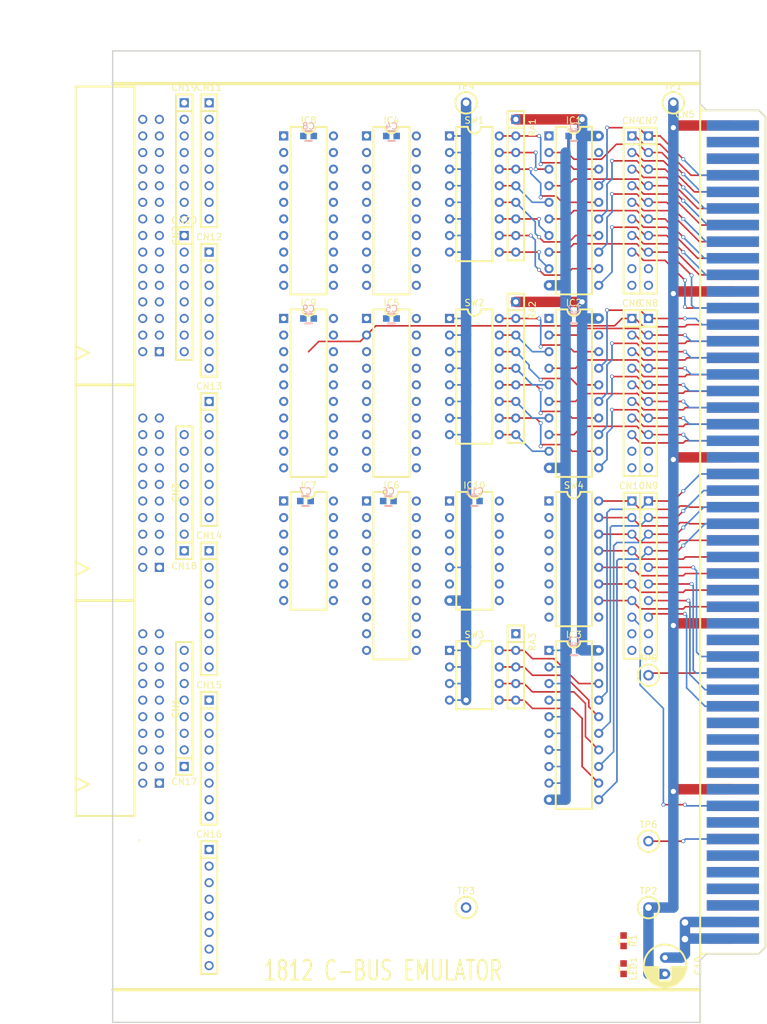
<source format=kicad_pcb>
(kicad_pcb (version 20171130) (host pcbnew "(5.1.10)-1")
  (title_block (title "1812 C-BUS EMULATOR") (rev 0) (company SHOWA-ELE) (comment 1 "designed by hamayan"))
  (layers (0 F.Cu signal) (31 B.Cu signal) (34 B.Paste user hide) (35 F.Paste user hide) (36 B.SilkS user) (37 F.SilkS user) (38 B.Mask user) (39 F.Mask user) (44 Edge.Cuts user))
  (net 0 "")
  (net 1 +5V)
  (net 2 GND)
  (net 3 /A2)
  (net 4 /A3)
  (net 5 /A1)
  (net 6 /A0)
  (net 7 "Net-(CN5-Pad48B)")
  (net 8 "Net-(CN5-Pad47B)")
  (net 9 "Net-(CN5-Pad46B)")
  (net 10 "Net-(CN5-Pad45B)")
  (net 11 "Net-(CN5-Pad44B)")
  (net 12 "Net-(CN5-Pad43B)")
  (net 13 "Net-(CN5-Pad42B)")
  (net 14 "Net-(CN5-Pad40B)")
  (net 15 "Net-(CN5-Pad39B)")
  (net 16 "Net-(CN5-Pad38B)")
  (net 17 "Net-(CN5-Pad37B)")
  (net 18 "Net-(CN5-Pad36B)")
  (net 19 "Net-(CN5-Pad35B)")
  (net 20 "Net-(CN5-Pad33B)")
  (net 21 "Net-(CN5-Pad32B)")
  (net 22 /INT6)
  (net 23 /INT5)
  (net 24 /INT4)
  (net 25 /INT3)
  (net 26 /INT2)
  (net 27 /INT1)
  (net 28 /INT0)
  (net 29 "Net-(CN5-Pad23B)")
  (net 30 "Net-(CN5-Pad22B)")
  (net 31 /DB15)
  (net 32 /DB14)
  (net 33 /DB13)
  (net 34 /DB12)
  (net 35 /DB11)
  (net 36 /DB10)
  (net 37 /DB9)
  (net 38 /DB8)
  (net 39 /DB7)
  (net 40 /DB6)
  (net 41 /DB5)
  (net 42 /DB4)
  (net 43 /DB3)
  (net 44 /DB2)
  (net 45 /DB1)
  (net 46 /DB0)
  (net 47 "Net-(CN5-Pad3B)")
  (net 48 "Net-(CN5-Pad2B)")
  (net 49 "Net-(CN5-Pad48A)")
  (net 50 "Net-(CN5-Pad47A)")
  (net 51 "Net-(CN5-Pad46A)")
  (net 52 "Net-(CN5-Pad45A)")
  (net 53 "Net-(CN5-Pad43A)")
  (net 54 /CPUENB)
  (net 55 "Net-(CN5-Pad40A)")
  (net 56 "Net-(CN5-Pad39A)")
  (net 57 "Net-(CN5-Pad38A)")
  (net 58 "Net-(CN5-Pad37A)")
  (net 59 /MWR)
  (net 60 /MRD)
  (net 61 /IOWR)
  (net 62 /IORD)
  (net 63 "Net-(CN5-Pad32A)")
  (net 64 "Net-(CN5-Pad30A)")
  (net 65 "Net-(CN5-Pad29A)")
  (net 66 "Net-(CN5-Pad28A)")
  (net 67 "Net-(CN5-Pad27A)")
  (net 68 "Net-(CN5-Pad26A)")
  (net 69 /AB19)
  (net 70 /AB18)
  (net 71 /AB17)
  (net 72 /AB16)
  (net 73 /AB15)
  (net 74 /AB14)
  (net 75 /AB13)
  (net 76 /AB12)
  (net 77 /AB11)
  (net 78 /AB10)
  (net 79 /AB9)
  (net 80 /AB8)
  (net 81 /AB7)
  (net 82 /AB6)
  (net 83 /AB5)
  (net 84 /AB4)
  (net 85 /AB3)
  (net 86 /AB2)
  (net 87 /AB1)
  (net 88 /AB0)
  (net 89 "Net-(CN5-Pad3A)")
  (net 90 "Net-(CN5-Pad2A)")
  (net 91 /D10)
  (net 92 /D11)
  (net 93 /D12)
  (net 94 /D13)
  (net 95 "Net-(CN2-Pad17)")
  (net 96 "Net-(CN2-Pad18)")
  (net 97 "Net-(CN2-Pad21)")
  (net 98 "Net-(CN2-Pad22)")
  (net 99 "Net-(CN2-Pad23)")
  (net 100 "Net-(CN2-Pad24)")
  (net 101 "Net-(CN2-Pad25)")
  (net 102 "Net-(CN2-Pad26)")
  (net 103 "Net-(CN2-Pad27)")
  (net 104 "Net-(CN2-Pad28)")
  (net 105 "Net-(CN2-Pad29)")
  (net 106 "Net-(CN2-Pad30)")
  (net 107 /RESET)
  (net 108 /BHE)
  (net 109 /A4)
  (net 110 /A5)
  (net 111 /A6)
  (net 112 /A7)
  (net 113 /A15)
  (net 114 /A14)
  (net 115 /A13)
  (net 116 /A12)
  (net 117 /A11)
  (net 118 /A10)
  (net 119 /A9)
  (net 120 /A8)
  (net 121 /A16)
  (net 122 /A17)
  (net 123 /A18)
  (net 124 /A19)
  (net 125 /I_RD)
  (net 126 /I_WR)
  (net 127 /M_RD)
  (net 128 /M_WR)
  (net 129 /D7)
  (net 130 /D6)
  (net 131 /D5)
  (net 132 /D4)
  (net 133 /D3)
  (net 134 /D2)
  (net 135 /D1)
  (net 136 /D0)
  (net 137 /D8)
  (net 138 /D9)
  (net 139 /D14)
  (net 140 /D15)
  (net 141 "Net-(CN16-Pad8)")
  (net 142 /MEMSEL)
  (net 143 /IOSEL)
  (net 144 /BDM_WR)
  (net 145 /BDM_RD)
  (net 146 /BDI_WR)
  (net 147 /BDI_RD)
  (net 148 /BUFFER/SW4)
  (net 149 /BUFFER/SW3)
  (net 150 /BUFFER/LOWER)
  (net 151 /BUFFER/SW2)
  (net 152 /BUFFER/SW7)
  (net 153 /BUFFER/SW1)
  (net 154 /BUFFER/SW6)
  (net 155 /BUFFER/SW0)
  (net 156 /BUFFER/SW5)
  (net 157 /BUFFER/SW13)
  (net 158 /BUFFER/SW8)
  (net 159 /BUFFER/SW14)
  (net 160 /BUFFER/SW9)
  (net 161 /BUFFER/SW15)
  (net 162 /BUFFER/SW10)
  (net 163 /BUFFER/SW11)
  (net 164 /BUFFER/SW12)
  (net 165 /BUFFER/SW19)
  (net 166 /BUFFER/SW18)
  (net 167 /BUFFER/SW17)
  (net 168 /BUFFER/SW16)
  (net 169 "Net-(LED1-Pad1)")
  (net 170 /RD7)
  (net 171 /RD6)
  (net 172 /RD5)
  (net 173 /RD4)
  (net 174 /RD3)
  (net 175 /RD2)
  (net 176 /RD1)
  (net 177 /RD0)
  (net 178 /AD7)
  (net 179 /AD15)
  (net 180 /AD6)
  (net 181 /AD14)
  (net 182 /AD5)
  (net 183 /AD13)
  (net 184 /AD4)
  (net 185 /AD12)
  (net 186 /AD3)
  (net 187 /AD11)
  (net 188 /AD2)
  (net 189 /AD10)
  (net 190 /AD1)
  (net 191 /AD9)
  (net 192 /AD0)
  (net 193 /AD8)
  (net 194 /RD8)
  (net 195 /RD9)
  (net 196 /RD10)
  (net 197 /RD11)
  (net 198 /RD12)
  (net 199 /RD13)
  (net 200 /RD14)
  (net 201 /RD15)
  (net 202 /INT)
  (net 203 "Net-(IC10-Pad1)")
  (net 204 "Net-(IC10-Pad8)")
  (net 205 "Net-(IC10-Pad2)")
  (net 206 "Net-(IC10-Pad10)")
  (net 207 "Net-(IC10-Pad12)")
  (net 208 "Net-(IC10-Pad6)")
  (net 209 "Net-(SW4-Pad9)")
  (net 210 "Net-(SW4-Pad8)")
  (module footprint:ra_RKC1_8B8 (layer F.Cu) (at 111.76 30.48 270)
    (fp_text reference RA1 (at 1.27 -2.54 90) (layer F.SilkS))
    (fp_text value "10K * 8")
    (pad 9 thru_hole circle (at 20.32 0 270) (size 1.4 1.4) (drill 0.8) (layers *.Cu *.Mask) (net 152 /BUFFER/SW7))
    (pad 8 thru_hole circle (at 17.78 0 270) (size 1.4 1.4) (drill 0.8) (layers *.Cu *.Mask) (net 154 /BUFFER/SW6))
    (pad 7 thru_hole circle (at 15.24 0 270) (size 1.4 1.4) (drill 0.8) (layers *.Cu *.Mask) (net 156 /BUFFER/SW5))
    (pad 6 thru_hole circle (at 12.7 0 270) (size 1.4 1.4) (drill 0.8) (layers *.Cu *.Mask) (net 148 /BUFFER/SW4))
    (pad 5 thru_hole circle (at 10.16 0 270) (size 1.4 1.4) (drill 0.8) (layers *.Cu *.Mask) (net 149 /BUFFER/SW3))
    (pad 4 thru_hole circle (at 7.62 0 270) (size 1.4 1.4) (drill 0.8) (layers *.Cu *.Mask) (net 151 /BUFFER/SW2))
    (pad 3 thru_hole circle (at 5.08 0 270) (size 1.4 1.4) (drill 0.8) (layers *.Cu *.Mask) (net 153 /BUFFER/SW1))
    (pad 2 thru_hole circle (at 2.54 0 270) (size 1.4 1.4) (drill 0.8) (layers *.Cu *.Mask) (net 155 /BUFFER/SW0))
    (pad 1 thru_hole rect (at 0 0 270) (size 1.4 1.4) (drill 0.8) (layers *.Cu *.Mask) (net 1 +5V))
  )
  (module footprint:ic_DIP-20_W7.62mm (layer F.Cu) (at 88.9 33.02)
    (fp_text reference IC4 (at 3.81 -2.39) (layer F.SilkS))
    (fp_text value 74HC245)
    (pad 12 thru_hole oval (at 7.62 20.32) (size 1.4 1.4) (drill 0.8) (layers *.Cu *.Mask) (net 82 /AB6))
    (pad 11 thru_hole oval (at 7.62 22.86) (size 1.4 1.4) (drill 0.8) (layers *.Cu *.Mask) (net 81 /AB7))
    (pad 10 thru_hole oval (at 0 22.86) (size 1.4 1.4) (drill 0.8) (layers *.Cu *.Mask) (net 2 GND))
    (pad 9 thru_hole oval (at 0 20.32) (size 1.4 1.4) (drill 0.8) (layers *.Cu *.Mask) (net 112 /A7))
    (pad 20 thru_hole oval (at 7.62 0) (size 1.4 1.4) (drill 0.8) (layers *.Cu *.Mask) (net 1 +5V))
    (pad 8 thru_hole oval (at 0 17.78) (size 1.4 1.4) (drill 0.8) (layers *.Cu *.Mask) (net 111 /A6))
    (pad 19 thru_hole oval (at 7.62 2.54) (size 1.4 1.4) (drill 0.8) (layers *.Cu *.Mask) (net 2 GND))
    (pad 7 thru_hole oval (at 0 15.24) (size 1.4 1.4) (drill 0.8) (layers *.Cu *.Mask) (net 110 /A5))
    (pad 18 thru_hole oval (at 7.62 5.08) (size 1.4 1.4) (drill 0.8) (layers *.Cu *.Mask) (net 88 /AB0))
    (pad 6 thru_hole oval (at 0 12.7) (size 1.4 1.4) (drill 0.8) (layers *.Cu *.Mask) (net 109 /A4))
    (pad 17 thru_hole oval (at 7.62 7.62) (size 1.4 1.4) (drill 0.8) (layers *.Cu *.Mask) (net 87 /AB1))
    (pad 5 thru_hole oval (at 0 10.16) (size 1.4 1.4) (drill 0.8) (layers *.Cu *.Mask) (net 4 /A3))
    (pad 16 thru_hole oval (at 7.62 10.16) (size 1.4 1.4) (drill 0.8) (layers *.Cu *.Mask) (net 86 /AB2))
    (pad 4 thru_hole oval (at 0 7.62) (size 1.4 1.4) (drill 0.8) (layers *.Cu *.Mask) (net 3 /A2))
    (pad 15 thru_hole oval (at 7.62 12.7) (size 1.4 1.4) (drill 0.8) (layers *.Cu *.Mask) (net 85 /AB3))
    (pad 3 thru_hole oval (at 0 5.08) (size 1.4 1.4) (drill 0.8) (layers *.Cu *.Mask) (net 5 /A1))
    (pad 14 thru_hole oval (at 7.62 15.24) (size 1.4 1.4) (drill 0.8) (layers *.Cu *.Mask) (net 84 /AB4))
    (pad 2 thru_hole oval (at 0 2.54) (size 1.4 1.4) (drill 0.8) (layers *.Cu *.Mask) (net 6 /A0))
    (pad 13 thru_hole oval (at 7.62 17.78) (size 1.4 1.4) (drill 0.8) (layers *.Cu *.Mask) (net 83 /AB5))
    (pad 1 thru_hole rect (at 0 0) (size 1.4 1.4) (drill 0.8) (layers *.Cu *.Mask) (net 2 GND))
  )
  (module footprint:ic_DIP-20_W7.62mm (layer F.Cu) (at 88.9 60.96)
    (fp_text reference IC5 (at 3.81 -2.39) (layer F.SilkS))
    (fp_text value 74HC245)
    (pad 1 thru_hole rect (at 0 0) (size 1.4 1.4) (drill 0.8) (layers *.Cu *.Mask) (net 2 GND))
    (pad 13 thru_hole oval (at 7.62 17.78) (size 1.4 1.4) (drill 0.8) (layers *.Cu *.Mask) (net 75 /AB13))
    (pad 2 thru_hole oval (at 0 2.54) (size 1.4 1.4) (drill 0.8) (layers *.Cu *.Mask) (net 120 /A8))
    (pad 14 thru_hole oval (at 7.62 15.24) (size 1.4 1.4) (drill 0.8) (layers *.Cu *.Mask) (net 76 /AB12))
    (pad 3 thru_hole oval (at 0 5.08) (size 1.4 1.4) (drill 0.8) (layers *.Cu *.Mask) (net 119 /A9))
    (pad 15 thru_hole oval (at 7.62 12.7) (size 1.4 1.4) (drill 0.8) (layers *.Cu *.Mask) (net 77 /AB11))
    (pad 4 thru_hole oval (at 0 7.62) (size 1.4 1.4) (drill 0.8) (layers *.Cu *.Mask) (net 118 /A10))
    (pad 16 thru_hole oval (at 7.62 10.16) (size 1.4 1.4) (drill 0.8) (layers *.Cu *.Mask) (net 78 /AB10))
    (pad 5 thru_hole oval (at 0 10.16) (size 1.4 1.4) (drill 0.8) (layers *.Cu *.Mask) (net 117 /A11))
    (pad 17 thru_hole oval (at 7.62 7.62) (size 1.4 1.4) (drill 0.8) (layers *.Cu *.Mask) (net 79 /AB9))
    (pad 6 thru_hole oval (at 0 12.7) (size 1.4 1.4) (drill 0.8) (layers *.Cu *.Mask) (net 116 /A12))
    (pad 18 thru_hole oval (at 7.62 5.08) (size 1.4 1.4) (drill 0.8) (layers *.Cu *.Mask) (net 80 /AB8))
    (pad 7 thru_hole oval (at 0 15.24) (size 1.4 1.4) (drill 0.8) (layers *.Cu *.Mask) (net 115 /A13))
    (pad 19 thru_hole oval (at 7.62 2.54) (size 1.4 1.4) (drill 0.8) (layers *.Cu *.Mask) (net 2 GND))
    (pad 8 thru_hole oval (at 0 17.78) (size 1.4 1.4) (drill 0.8) (layers *.Cu *.Mask) (net 114 /A14))
    (pad 20 thru_hole oval (at 7.62 0) (size 1.4 1.4) (drill 0.8) (layers *.Cu *.Mask) (net 1 +5V))
    (pad 9 thru_hole oval (at 0 20.32) (size 1.4 1.4) (drill 0.8) (layers *.Cu *.Mask) (net 113 /A15))
    (pad 10 thru_hole oval (at 0 22.86) (size 1.4 1.4) (drill 0.8) (layers *.Cu *.Mask) (net 2 GND))
    (pad 11 thru_hole oval (at 7.62 22.86) (size 1.4 1.4) (drill 0.8) (layers *.Cu *.Mask) (net 73 /AB15))
    (pad 12 thru_hole oval (at 7.62 20.32) (size 1.4 1.4) (drill 0.8) (layers *.Cu *.Mask) (net 74 /AB14))
  )
  (module footprint:ic_DIP-20_W7.62mm (layer F.Cu) (at 88.9 88.9)
    (fp_text reference IC6 (at 3.81 -2.39) (layer F.SilkS))
    (fp_text value 74HC245)
    (pad 1 thru_hole rect (at 0 0) (size 1.4 1.4) (drill 0.8) (layers *.Cu *.Mask) (net 2 GND))
    (pad 13 thru_hole oval (at 7.62 17.78) (size 1.4 1.4) (drill 0.8) (layers *.Cu *.Mask) (net 61 /IOWR))
    (pad 2 thru_hole oval (at 0 2.54) (size 1.4 1.4) (drill 0.8) (layers *.Cu *.Mask) (net 121 /A16))
    (pad 14 thru_hole oval (at 7.62 15.24) (size 1.4 1.4) (drill 0.8) (layers *.Cu *.Mask) (net 62 /IORD))
    (pad 3 thru_hole oval (at 0 5.08) (size 1.4 1.4) (drill 0.8) (layers *.Cu *.Mask) (net 122 /A17))
    (pad 15 thru_hole oval (at 7.62 12.7) (size 1.4 1.4) (drill 0.8) (layers *.Cu *.Mask) (net 69 /AB19))
    (pad 4 thru_hole oval (at 0 7.62) (size 1.4 1.4) (drill 0.8) (layers *.Cu *.Mask) (net 123 /A18))
    (pad 16 thru_hole oval (at 7.62 10.16) (size 1.4 1.4) (drill 0.8) (layers *.Cu *.Mask) (net 70 /AB18))
    (pad 5 thru_hole oval (at 0 10.16) (size 1.4 1.4) (drill 0.8) (layers *.Cu *.Mask) (net 124 /A19))
    (pad 17 thru_hole oval (at 7.62 7.62) (size 1.4 1.4) (drill 0.8) (layers *.Cu *.Mask) (net 71 /AB17))
    (pad 6 thru_hole oval (at 0 12.7) (size 1.4 1.4) (drill 0.8) (layers *.Cu *.Mask) (net 125 /I_RD))
    (pad 18 thru_hole oval (at 7.62 5.08) (size 1.4 1.4) (drill 0.8) (layers *.Cu *.Mask) (net 72 /AB16))
    (pad 7 thru_hole oval (at 0 15.24) (size 1.4 1.4) (drill 0.8) (layers *.Cu *.Mask) (net 126 /I_WR))
    (pad 19 thru_hole oval (at 7.62 2.54) (size 1.4 1.4) (drill 0.8) (layers *.Cu *.Mask) (net 2 GND))
    (pad 8 thru_hole oval (at 0 17.78) (size 1.4 1.4) (drill 0.8) (layers *.Cu *.Mask) (net 127 /M_RD))
    (pad 20 thru_hole oval (at 7.62 0) (size 1.4 1.4) (drill 0.8) (layers *.Cu *.Mask) (net 1 +5V))
    (pad 9 thru_hole oval (at 0 20.32) (size 1.4 1.4) (drill 0.8) (layers *.Cu *.Mask) (net 128 /M_WR))
    (pad 10 thru_hole oval (at 0 22.86) (size 1.4 1.4) (drill 0.8) (layers *.Cu *.Mask) (net 2 GND))
    (pad 11 thru_hole oval (at 7.62 22.86) (size 1.4 1.4) (drill 0.8) (layers *.Cu *.Mask) (net 59 /MWR))
    (pad 12 thru_hole oval (at 7.62 20.32) (size 1.4 1.4) (drill 0.8) (layers *.Cu *.Mask) (net 60 /MRD))
  )
  (module footprint:ic_DIP-20_W7.62mm (layer F.Cu) (at 76.2 33.02)
    (fp_text reference IC8 (at 3.81 -2.39) (layer F.SilkS))
    (fp_text value 74HC245)
    (pad 1 thru_hole rect (at 0 0) (size 1.4 1.4) (drill 0.8) (layers *.Cu *.Mask) (net 2 GND))
    (pad 13 thru_hole oval (at 7.62 17.78) (size 1.4 1.4) (drill 0.8) (layers *.Cu *.Mask) (net 41 /DB5))
    (pad 2 thru_hole oval (at 0 2.54) (size 1.4 1.4) (drill 0.8) (layers *.Cu *.Mask) (net 136 /D0))
    (pad 14 thru_hole oval (at 7.62 15.24) (size 1.4 1.4) (drill 0.8) (layers *.Cu *.Mask) (net 42 /DB4))
    (pad 3 thru_hole oval (at 0 5.08) (size 1.4 1.4) (drill 0.8) (layers *.Cu *.Mask) (net 135 /D1))
    (pad 15 thru_hole oval (at 7.62 12.7) (size 1.4 1.4) (drill 0.8) (layers *.Cu *.Mask) (net 43 /DB3))
    (pad 4 thru_hole oval (at 0 7.62) (size 1.4 1.4) (drill 0.8) (layers *.Cu *.Mask) (net 134 /D2))
    (pad 16 thru_hole oval (at 7.62 10.16) (size 1.4 1.4) (drill 0.8) (layers *.Cu *.Mask) (net 44 /DB2))
    (pad 5 thru_hole oval (at 0 10.16) (size 1.4 1.4) (drill 0.8) (layers *.Cu *.Mask) (net 133 /D3))
    (pad 17 thru_hole oval (at 7.62 7.62) (size 1.4 1.4) (drill 0.8) (layers *.Cu *.Mask) (net 45 /DB1))
    (pad 6 thru_hole oval (at 0 12.7) (size 1.4 1.4) (drill 0.8) (layers *.Cu *.Mask) (net 132 /D4))
    (pad 18 thru_hole oval (at 7.62 5.08) (size 1.4 1.4) (drill 0.8) (layers *.Cu *.Mask) (net 46 /DB0))
    (pad 7 thru_hole oval (at 0 15.24) (size 1.4 1.4) (drill 0.8) (layers *.Cu *.Mask) (net 131 /D5))
    (pad 19 thru_hole oval (at 7.62 2.54) (size 1.4 1.4) (drill 0.8) (layers *.Cu *.Mask) (net 2 GND))
    (pad 8 thru_hole oval (at 0 17.78) (size 1.4 1.4) (drill 0.8) (layers *.Cu *.Mask) (net 130 /D6))
    (pad 20 thru_hole oval (at 7.62 0) (size 1.4 1.4) (drill 0.8) (layers *.Cu *.Mask) (net 1 +5V))
    (pad 9 thru_hole oval (at 0 20.32) (size 1.4 1.4) (drill 0.8) (layers *.Cu *.Mask) (net 129 /D7))
    (pad 10 thru_hole oval (at 0 22.86) (size 1.4 1.4) (drill 0.8) (layers *.Cu *.Mask) (net 2 GND))
    (pad 11 thru_hole oval (at 7.62 22.86) (size 1.4 1.4) (drill 0.8) (layers *.Cu *.Mask) (net 39 /DB7))
    (pad 12 thru_hole oval (at 7.62 20.32) (size 1.4 1.4) (drill 0.8) (layers *.Cu *.Mask) (net 40 /DB6))
  )
  (module footprint:ic_DIP-20_W7.62mm (layer F.Cu) (at 76.2 60.96)
    (fp_text reference IC9 (at 3.81 -2.39) (layer F.SilkS))
    (fp_text value 74HC245)
    (pad 12 thru_hole oval (at 7.62 20.32) (size 1.4 1.4) (drill 0.8) (layers *.Cu *.Mask) (net 32 /DB14))
    (pad 11 thru_hole oval (at 7.62 22.86) (size 1.4 1.4) (drill 0.8) (layers *.Cu *.Mask) (net 31 /DB15))
    (pad 10 thru_hole oval (at 0 22.86) (size 1.4 1.4) (drill 0.8) (layers *.Cu *.Mask) (net 2 GND))
    (pad 9 thru_hole oval (at 0 20.32) (size 1.4 1.4) (drill 0.8) (layers *.Cu *.Mask) (net 140 /D15))
    (pad 20 thru_hole oval (at 7.62 0) (size 1.4 1.4) (drill 0.8) (layers *.Cu *.Mask) (net 1 +5V))
    (pad 8 thru_hole oval (at 0 17.78) (size 1.4 1.4) (drill 0.8) (layers *.Cu *.Mask) (net 139 /D14))
    (pad 19 thru_hole oval (at 7.62 2.54) (size 1.4 1.4) (drill 0.8) (layers *.Cu *.Mask) (net 2 GND))
    (pad 7 thru_hole oval (at 0 15.24) (size 1.4 1.4) (drill 0.8) (layers *.Cu *.Mask) (net 94 /D13))
    (pad 18 thru_hole oval (at 7.62 5.08) (size 1.4 1.4) (drill 0.8) (layers *.Cu *.Mask) (net 38 /DB8))
    (pad 6 thru_hole oval (at 0 12.7) (size 1.4 1.4) (drill 0.8) (layers *.Cu *.Mask) (net 93 /D12))
    (pad 17 thru_hole oval (at 7.62 7.62) (size 1.4 1.4) (drill 0.8) (layers *.Cu *.Mask) (net 37 /DB9))
    (pad 5 thru_hole oval (at 0 10.16) (size 1.4 1.4) (drill 0.8) (layers *.Cu *.Mask) (net 92 /D11))
    (pad 16 thru_hole oval (at 7.62 10.16) (size 1.4 1.4) (drill 0.8) (layers *.Cu *.Mask) (net 36 /DB10))
    (pad 4 thru_hole oval (at 0 7.62) (size 1.4 1.4) (drill 0.8) (layers *.Cu *.Mask) (net 91 /D10))
    (pad 15 thru_hole oval (at 7.62 12.7) (size 1.4 1.4) (drill 0.8) (layers *.Cu *.Mask) (net 35 /DB11))
    (pad 3 thru_hole oval (at 0 5.08) (size 1.4 1.4) (drill 0.8) (layers *.Cu *.Mask) (net 138 /D9))
    (pad 14 thru_hole oval (at 7.62 15.24) (size 1.4 1.4) (drill 0.8) (layers *.Cu *.Mask) (net 34 /DB12))
    (pad 2 thru_hole oval (at 0 2.54) (size 1.4 1.4) (drill 0.8) (layers *.Cu *.Mask) (net 137 /D8))
    (pad 13 thru_hole oval (at 7.62 17.78) (size 1.4 1.4) (drill 0.8) (layers *.Cu *.Mask) (net 33 /DB13))
    (pad 1 thru_hole rect (at 0 0) (size 1.4 1.4) (drill 0.8) (layers *.Cu *.Mask) (net 2 GND))
  )
  (module footprint:Pin_Header_Straight_1x10_Pitch2.54mm (layer F.Cu) (at 132.08 60.96)
    (fp_text reference CN8 (at 0 -2.33) (layer F.SilkS))
    (fp_text value SIL-10PIN)
    (pad 10 thru_hole oval (at 0 22.86) (size 1.4 1.4) (drill 0.9) (layers *.Cu *.Mask) (net 2 GND))
    (pad 9 thru_hole oval (at 0 20.32) (size 1.4 1.4) (drill 0.9) (layers *.Cu *.Mask) (net 2 GND))
    (pad 8 thru_hole oval (at 0 17.78) (size 1.4 1.4) (drill 0.9) (layers *.Cu *.Mask) (net 73 /AB15))
    (pad 7 thru_hole oval (at 0 15.24) (size 1.4 1.4) (drill 0.9) (layers *.Cu *.Mask) (net 74 /AB14))
    (pad 6 thru_hole oval (at 0 12.7) (size 1.4 1.4) (drill 0.9) (layers *.Cu *.Mask) (net 75 /AB13))
    (pad 5 thru_hole oval (at 0 10.16) (size 1.4 1.4) (drill 0.9) (layers *.Cu *.Mask) (net 76 /AB12))
    (pad 4 thru_hole oval (at 0 7.62) (size 1.4 1.4) (drill 0.9) (layers *.Cu *.Mask) (net 77 /AB11))
    (pad 3 thru_hole oval (at 0 5.08) (size 1.4 1.4) (drill 0.9) (layers *.Cu *.Mask) (net 78 /AB10))
    (pad 2 thru_hole oval (at 0 2.54) (size 1.4 1.4) (drill 0.9) (layers *.Cu *.Mask) (net 79 /AB9))
    (pad 1 thru_hole rect (at 0 0) (size 1.4 1.4) (drill 0.9) (layers *.Cu *.Mask) (net 80 /AB8))
  )
  (module footprint:C_0603 (layer B.Cu) (at 92.71 33.02 180)
    (fp_text reference C4 (at 0 1.5) (layer B.SilkS) (effects (justify mirror)))
    (fp_text value 0.1uF)
    (pad 2 smd rect (at 0.8 0 180) (size 1 1) (layers B.Cu B.Paste B.Mask) (net 2 GND))
    (pad 1 smd rect (at -0.8 0 180) (size 1 1) (layers B.Cu B.Paste B.Mask) (net 1 +5V))
  )
  (module footprint:C_0603 (layer B.Cu) (at 79.54 88.9 180)
    (fp_text reference C7 (at 0 1.5) (layer B.SilkS) (effects (justify mirror)))
    (fp_text value 0.1uF)
    (pad 1 smd rect (at -0.8 0 180) (size 1 1) (layers B.Cu B.Paste B.Mask) (net 1 +5V))
    (pad 2 smd rect (at 0.8 0 180) (size 1 1) (layers B.Cu B.Paste B.Mask) (net 2 GND))
  )
  (module footprint:C_0603 (layer B.Cu) (at 92.71 60.96 180)
    (fp_text reference C5 (at 0 1.5) (layer B.SilkS) (effects (justify mirror)))
    (fp_text value 0.1uF)
    (pad 1 smd rect (at -0.8 0 180) (size 1 1) (layers B.Cu B.Paste B.Mask) (net 1 +5V))
    (pad 2 smd rect (at 0.8 0 180) (size 1 1) (layers B.Cu B.Paste B.Mask) (net 2 GND))
  )
  (module footprint:C_0603 (layer B.Cu) (at 120.65 33.02 180)
    (fp_text reference C1 (at 0 1.5) (layer B.SilkS) (effects (justify mirror)))
    (fp_text value 0.1uF)
    (pad 2 smd rect (at 0.8 0 180) (size 1 1) (layers B.Cu B.Paste B.Mask) (net 2 GND))
    (pad 1 smd rect (at -0.8 0 180) (size 1 1) (layers B.Cu B.Paste B.Mask) (net 1 +5V))
  )
  (module footprint:C_0603 (layer B.Cu) (at 120.65 60.96 180)
    (fp_text reference C2 (at 0 1.5) (layer B.SilkS) (effects (justify mirror)))
    (fp_text value 0.1uF)
    (pad 2 smd rect (at 0.8 0 180) (size 1 1) (layers B.Cu B.Paste B.Mask) (net 2 GND))
    (pad 1 smd rect (at -0.8 0 180) (size 1 1) (layers B.Cu B.Paste B.Mask) (net 1 +5V))
  )
  (module footprint:CP_Radial_D6.50mm_P2.50mm (layer F.Cu) (at 134.62 160.04 270)
    (fp_text reference C10 (at 0 -5.08 90) (layer F.SilkS))
    (fp_text value 220uF/16V)
    (pad 1 thru_hole circle (at -1.25 0 270) (size 1.4 1.4) (drill 0.8) (layers *.Cu *.Mask) (net 1 +5V))
    (pad 2 thru_hole circle (at 1.25 0 270) (size 1.4 1.4) (drill 0.8) (layers *.Cu *.Mask) (net 2 GND))
  )
  (module footprint:cn_HIF3FC-20PA-254DS (layer F.Cu) (at 55.88 120.65 90)
    (fp_text reference CN1 (at 0 3.81 90) (layer F.SilkS))
    (fp_text value "20PIN ANGLE")
    (pad 20 thru_hole circle (at 11.43 -1.27 90) (size 1.4 1.4) (drill 0.9) (layers *.Cu *.Mask) (net 2 GND))
    (pad 19 thru_hole circle (at 11.43 1.27 90) (size 1.4 1.4) (drill 0.9) (layers *.Cu *.Mask) (net 2 GND))
    (pad 18 thru_hole circle (at 8.89 -1.27 90) (size 1.4 1.4) (drill 0.9) (layers *.Cu *.Mask) (net 2 GND))
    (pad 17 thru_hole circle (at 8.89 1.27 90) (size 1.4 1.4) (drill 0.9) (layers *.Cu *.Mask) (net 170 /RD7))
    (pad 16 thru_hole circle (at 6.35 -1.27 90) (size 1.4 1.4) (drill 0.9) (layers *.Cu *.Mask) (net 2 GND))
    (pad 15 thru_hole circle (at 6.35 1.27 90) (size 1.4 1.4) (drill 0.9) (layers *.Cu *.Mask) (net 171 /RD6))
    (pad 14 thru_hole circle (at 3.81 -1.27 90) (size 1.4 1.4) (drill 0.9) (layers *.Cu *.Mask) (net 2 GND))
    (pad 13 thru_hole circle (at 3.81 1.27 90) (size 1.4 1.4) (drill 0.9) (layers *.Cu *.Mask) (net 172 /RD5))
    (pad 12 thru_hole circle (at 1.27 -1.27 90) (size 1.4 1.4) (drill 0.9) (layers *.Cu *.Mask) (net 2 GND))
    (pad 11 thru_hole circle (at 1.27 1.27 90) (size 1.4 1.4) (drill 0.9) (layers *.Cu *.Mask) (net 173 /RD4))
    (pad 10 thru_hole circle (at -1.27 -1.27 90) (size 1.4 1.4) (drill 0.9) (layers *.Cu *.Mask) (net 2 GND))
    (pad 9 thru_hole circle (at -1.27 1.27 90) (size 1.4 1.4) (drill 0.9) (layers *.Cu *.Mask) (net 174 /RD3))
    (pad 8 thru_hole circle (at -3.81 -1.27 90) (size 1.4 1.4) (drill 0.9) (layers *.Cu *.Mask) (net 2 GND))
    (pad 7 thru_hole circle (at -3.81 1.27 90) (size 1.4 1.4) (drill 0.9) (layers *.Cu *.Mask) (net 175 /RD2))
    (pad 6 thru_hole circle (at -6.35 -1.27 90) (size 1.4 1.4) (drill 0.9) (layers *.Cu *.Mask) (net 2 GND))
    (pad 5 thru_hole circle (at -6.35 1.27 90) (size 1.4 1.4) (drill 0.9) (layers *.Cu *.Mask) (net 176 /RD1))
    (pad 4 thru_hole circle (at -8.89 -1.27 90) (size 1.4 1.4) (drill 0.9) (layers *.Cu *.Mask) (net 2 GND))
    (pad 3 thru_hole circle (at -8.89 1.27 90) (size 1.4 1.4) (drill 0.9) (layers *.Cu *.Mask) (net 177 /RD0))
    (pad 2 thru_hole circle (at -11.43 -1.27 90) (size 1.4 1.4) (drill 0.9) (layers *.Cu *.Mask) (net 2 GND))
    (pad 1 thru_hole rect (at -11.43 1.27 90) (size 1.4 1.4) (drill 0.9) (layers *.Cu *.Mask) (net 2 GND))
  )
  (module footprint:cn_HIF3FC-30PA-254DS (layer F.Cu) (at 55.88 48.26 90)
    (fp_text reference CN2 (at 0 3.81 90) (layer F.SilkS))
    (fp_text value "30PIN ANGLE")
    (pad 1 thru_hole rect (at -17.78 1.27 90) (size 1.4 1.4) (drill 0.9) (layers *.Cu *.Mask) (net 178 /AD7))
    (pad 2 thru_hole circle (at -17.78 -1.27 90) (size 1.4 1.4) (drill 0.9) (layers *.Cu *.Mask) (net 179 /AD15))
    (pad 3 thru_hole circle (at -15.24 1.27 90) (size 1.4 1.4) (drill 0.9) (layers *.Cu *.Mask) (net 180 /AD6))
    (pad 4 thru_hole circle (at -15.24 -1.27 90) (size 1.4 1.4) (drill 0.9) (layers *.Cu *.Mask) (net 181 /AD14))
    (pad 5 thru_hole circle (at -12.7 1.27 90) (size 1.4 1.4) (drill 0.9) (layers *.Cu *.Mask) (net 182 /AD5))
    (pad 6 thru_hole circle (at -12.7 -1.27 90) (size 1.4 1.4) (drill 0.9) (layers *.Cu *.Mask) (net 183 /AD13))
    (pad 7 thru_hole circle (at -10.16 1.27 90) (size 1.4 1.4) (drill 0.9) (layers *.Cu *.Mask) (net 184 /AD4))
    (pad 8 thru_hole circle (at -10.16 -1.27 90) (size 1.4 1.4) (drill 0.9) (layers *.Cu *.Mask) (net 185 /AD12))
    (pad 9 thru_hole circle (at -7.62 1.27 90) (size 1.4 1.4) (drill 0.9) (layers *.Cu *.Mask) (net 186 /AD3))
    (pad 10 thru_hole circle (at -7.62 -1.27 90) (size 1.4 1.4) (drill 0.9) (layers *.Cu *.Mask) (net 187 /AD11))
    (pad 11 thru_hole circle (at -5.08 1.27 90) (size 1.4 1.4) (drill 0.9) (layers *.Cu *.Mask) (net 188 /AD2))
    (pad 12 thru_hole circle (at -5.08 -1.27 90) (size 1.4 1.4) (drill 0.9) (layers *.Cu *.Mask) (net 189 /AD10))
    (pad 13 thru_hole circle (at -2.54 1.27 90) (size 1.4 1.4) (drill 0.9) (layers *.Cu *.Mask) (net 190 /AD1))
    (pad 14 thru_hole circle (at -2.54 -1.27 90) (size 1.4 1.4) (drill 0.9) (layers *.Cu *.Mask) (net 191 /AD9))
    (pad 15 thru_hole circle (at 0 1.27 90) (size 1.4 1.4) (drill 0.9) (layers *.Cu *.Mask) (net 192 /AD0))
    (pad 16 thru_hole circle (at 0 -1.27 90) (size 1.4 1.4) (drill 0.9) (layers *.Cu *.Mask) (net 193 /AD8))
    (pad 17 thru_hole circle (at 2.54 1.27 90) (size 1.4 1.4) (drill 0.9) (layers *.Cu *.Mask) (net 95 "Net-(CN2-Pad17)"))
    (pad 18 thru_hole circle (at 2.54 -1.27 90) (size 1.4 1.4) (drill 0.9) (layers *.Cu *.Mask) (net 96 "Net-(CN2-Pad18)"))
    (pad 19 thru_hole circle (at 5.08 1.27 90) (size 1.4 1.4) (drill 0.9) (layers *.Cu *.Mask) (net 2 GND))
    (pad 20 thru_hole circle (at 5.08 -1.27 90) (size 1.4 1.4) (drill 0.9) (layers *.Cu *.Mask) (net 2 GND))
    (pad 21 thru_hole circle (at 7.62 1.27 90) (size 1.4 1.4) (drill 0.9) (layers *.Cu *.Mask) (net 97 "Net-(CN2-Pad21)"))
    (pad 22 thru_hole circle (at 7.62 -1.27 90) (size 1.4 1.4) (drill 0.9) (layers *.Cu *.Mask) (net 98 "Net-(CN2-Pad22)"))
    (pad 23 thru_hole circle (at 10.16 1.27 90) (size 1.4 1.4) (drill 0.9) (layers *.Cu *.Mask) (net 99 "Net-(CN2-Pad23)"))
    (pad 24 thru_hole circle (at 10.16 -1.27 90) (size 1.4 1.4) (drill 0.9) (layers *.Cu *.Mask) (net 100 "Net-(CN2-Pad24)"))
    (pad 25 thru_hole circle (at 12.7 1.27 90) (size 1.4 1.4) (drill 0.9) (layers *.Cu *.Mask) (net 101 "Net-(CN2-Pad25)"))
    (pad 26 thru_hole circle (at 12.7 -1.27 90) (size 1.4 1.4) (drill 0.9) (layers *.Cu *.Mask) (net 102 "Net-(CN2-Pad26)"))
    (pad 27 thru_hole circle (at 15.24 1.27 90) (size 1.4 1.4) (drill 0.9) (layers *.Cu *.Mask) (net 103 "Net-(CN2-Pad27)"))
    (pad 28 thru_hole circle (at 15.24 -1.27 90) (size 1.4 1.4) (drill 0.9) (layers *.Cu *.Mask) (net 104 "Net-(CN2-Pad28)"))
    (pad 29 thru_hole circle (at 17.78 1.27 90) (size 1.4 1.4) (drill 0.9) (layers *.Cu *.Mask) (net 105 "Net-(CN2-Pad29)"))
    (pad 30 thru_hole circle (at 17.78 -1.27 90) (size 1.4 1.4) (drill 0.9) (layers *.Cu *.Mask) (net 106 "Net-(CN2-Pad30)"))
  )
  (module footprint:C_0603 (layer B.Cu) (at 80.01 33.02 180)
    (fp_text reference C8 (at 0 1.5) (layer B.SilkS) (effects (justify mirror)))
    (fp_text value 0.1uF)
    (pad 2 smd rect (at 0.8 0 180) (size 1 1) (layers B.Cu B.Paste B.Mask) (net 2 GND))
    (pad 1 smd rect (at -0.8 0 180) (size 1 1) (layers B.Cu B.Paste B.Mask) (net 1 +5V))
  )
  (module footprint:C_0603 (layer B.Cu) (at 92.24 88.9 180)
    (fp_text reference C6 (at 0 1.5) (layer B.SilkS) (effects (justify mirror)))
    (fp_text value 0.1uF)
    (pad 2 smd rect (at 0.8 0 180) (size 1 1) (layers B.Cu B.Paste B.Mask) (net 2 GND))
    (pad 1 smd rect (at -0.8 0 180) (size 1 1) (layers B.Cu B.Paste B.Mask) (net 1 +5V))
  )
  (module footprint:C_0603 (layer B.Cu) (at 120.65 111.76 180)
    (fp_text reference C3 (at 0 1.5) (layer B.SilkS) (effects (justify mirror)))
    (fp_text value 0.1uF)
    (pad 1 smd rect (at -0.8 0 180) (size 1 1) (layers B.Cu B.Paste B.Mask) (net 1 +5V))
    (pad 2 smd rect (at 0.8 0 180) (size 1 1) (layers B.Cu B.Paste B.Mask) (net 2 GND))
  )
  (module footprint:Pin_Header_Straight_1x10_Pitch2.54mm (layer F.Cu) (at 129.54 88.9)
    (fp_text reference CN10 (at 0 -2.33) (layer F.SilkS))
    (fp_text value SIL-10PIN)
    (pad 1 thru_hole rect (at 0 0) (size 1.4 1.4) (drill 0.9) (layers *.Cu *.Mask) (net 28 /INT0))
    (pad 2 thru_hole oval (at 0 2.54) (size 1.4 1.4) (drill 0.9) (layers *.Cu *.Mask) (net 27 /INT1))
    (pad 3 thru_hole oval (at 0 5.08) (size 1.4 1.4) (drill 0.9) (layers *.Cu *.Mask) (net 26 /INT2))
    (pad 4 thru_hole oval (at 0 7.62) (size 1.4 1.4) (drill 0.9) (layers *.Cu *.Mask) (net 25 /INT3))
    (pad 5 thru_hole oval (at 0 10.16) (size 1.4 1.4) (drill 0.9) (layers *.Cu *.Mask) (net 24 /INT4))
    (pad 6 thru_hole oval (at 0 12.7) (size 1.4 1.4) (drill 0.9) (layers *.Cu *.Mask) (net 23 /INT5))
    (pad 7 thru_hole oval (at 0 15.24) (size 1.4 1.4) (drill 0.9) (layers *.Cu *.Mask) (net 22 /INT6))
    (pad 8 thru_hole oval (at 0 17.78) (size 1.4 1.4) (drill 0.9) (layers *.Cu *.Mask) (net 54 /CPUENB))
    (pad 9 thru_hole oval (at 0 20.32) (size 1.4 1.4) (drill 0.9) (layers *.Cu *.Mask) (net 2 GND))
    (pad 10 thru_hole oval (at 0 22.86) (size 1.4 1.4) (drill 0.9) (layers *.Cu *.Mask) (net 2 GND))
  )
  (module footprint:Pin_Header_Straight_1x10_Pitch2.54mm (layer F.Cu) (at 129.54 33.02)
    (fp_text reference CN4 (at 0 -2.33) (layer F.SilkS))
    (fp_text value SIL-10PIN)
    (pad 10 thru_hole oval (at 0 22.86) (size 1.4 1.4) (drill 0.9) (layers *.Cu *.Mask) (net 2 GND))
    (pad 9 thru_hole oval (at 0 20.32) (size 1.4 1.4) (drill 0.9) (layers *.Cu *.Mask) (net 2 GND))
    (pad 8 thru_hole oval (at 0 17.78) (size 1.4 1.4) (drill 0.9) (layers *.Cu *.Mask) (net 39 /DB7))
    (pad 7 thru_hole oval (at 0 15.24) (size 1.4 1.4) (drill 0.9) (layers *.Cu *.Mask) (net 40 /DB6))
    (pad 6 thru_hole oval (at 0 12.7) (size 1.4 1.4) (drill 0.9) (layers *.Cu *.Mask) (net 41 /DB5))
    (pad 5 thru_hole oval (at 0 10.16) (size 1.4 1.4) (drill 0.9) (layers *.Cu *.Mask) (net 42 /DB4))
    (pad 4 thru_hole oval (at 0 7.62) (size 1.4 1.4) (drill 0.9) (layers *.Cu *.Mask) (net 43 /DB3))
    (pad 3 thru_hole oval (at 0 5.08) (size 1.4 1.4) (drill 0.9) (layers *.Cu *.Mask) (net 44 /DB2))
    (pad 2 thru_hole oval (at 0 2.54) (size 1.4 1.4) (drill 0.9) (layers *.Cu *.Mask) (net 45 /DB1))
    (pad 1 thru_hole rect (at 0 0) (size 1.4 1.4) (drill 0.9) (layers *.Cu *.Mask) (net 46 /DB0))
  )
  (module footprint:Pin_Header_Straight_1x08_Pitch2.54mm (layer F.Cu) (at 64.77 50.8)
    (fp_text reference CN12 (at 0 -2.33) (layer F.SilkS))
    (fp_text value SIL-8PIN)
    (pad 8 thru_hole oval (at 0 17.78) (size 1.4 1.4) (drill 0.9) (layers *.Cu *.Mask) (net 113 /A15))
    (pad 7 thru_hole oval (at 0 15.24) (size 1.4 1.4) (drill 0.9) (layers *.Cu *.Mask) (net 114 /A14))
    (pad 6 thru_hole oval (at 0 12.7) (size 1.4 1.4) (drill 0.9) (layers *.Cu *.Mask) (net 115 /A13))
    (pad 5 thru_hole oval (at 0 10.16) (size 1.4 1.4) (drill 0.9) (layers *.Cu *.Mask) (net 116 /A12))
    (pad 4 thru_hole oval (at 0 7.62) (size 1.4 1.4) (drill 0.9) (layers *.Cu *.Mask) (net 117 /A11))
    (pad 3 thru_hole oval (at 0 5.08) (size 1.4 1.4) (drill 0.9) (layers *.Cu *.Mask) (net 118 /A10))
    (pad 2 thru_hole oval (at 0 2.54) (size 1.4 1.4) (drill 0.9) (layers *.Cu *.Mask) (net 119 /A9))
    (pad 1 thru_hole rect (at 0 0) (size 1.4 1.4) (drill 0.9) (layers *.Cu *.Mask) (net 120 /A8))
  )
  (module footprint:Pin_Header_Straight_1x08_Pitch2.54mm (layer F.Cu) (at 64.77 96.52)
    (fp_text reference CN14 (at 0 -2.33) (layer F.SilkS))
    (fp_text value SIL-8PIN)
    (pad 8 thru_hole oval (at 0 17.78) (size 1.4 1.4) (drill 0.9) (layers *.Cu *.Mask) (net 129 /D7))
    (pad 7 thru_hole oval (at 0 15.24) (size 1.4 1.4) (drill 0.9) (layers *.Cu *.Mask) (net 130 /D6))
    (pad 6 thru_hole oval (at 0 12.7) (size 1.4 1.4) (drill 0.9) (layers *.Cu *.Mask) (net 131 /D5))
    (pad 5 thru_hole oval (at 0 10.16) (size 1.4 1.4) (drill 0.9) (layers *.Cu *.Mask) (net 132 /D4))
    (pad 4 thru_hole oval (at 0 7.62) (size 1.4 1.4) (drill 0.9) (layers *.Cu *.Mask) (net 133 /D3))
    (pad 3 thru_hole oval (at 0 5.08) (size 1.4 1.4) (drill 0.9) (layers *.Cu *.Mask) (net 134 /D2))
    (pad 2 thru_hole oval (at 0 2.54) (size 1.4 1.4) (drill 0.9) (layers *.Cu *.Mask) (net 135 /D1))
    (pad 1 thru_hole rect (at 0 0) (size 1.4 1.4) (drill 0.9) (layers *.Cu *.Mask) (net 136 /D0))
  )
  (module footprint:Pin_Header_Straight_1x08_Pitch2.54mm (layer F.Cu) (at 64.77 27.94)
    (fp_text reference CN11 (at 0 -2.33) (layer F.SilkS))
    (fp_text value SIL-8PIN)
    (pad 1 thru_hole rect (at 0 0) (size 1.4 1.4) (drill 0.9) (layers *.Cu *.Mask) (net 6 /A0))
    (pad 2 thru_hole oval (at 0 2.54) (size 1.4 1.4) (drill 0.9) (layers *.Cu *.Mask) (net 5 /A1))
    (pad 3 thru_hole oval (at 0 5.08) (size 1.4 1.4) (drill 0.9) (layers *.Cu *.Mask) (net 3 /A2))
    (pad 4 thru_hole oval (at 0 7.62) (size 1.4 1.4) (drill 0.9) (layers *.Cu *.Mask) (net 4 /A3))
    (pad 5 thru_hole oval (at 0 10.16) (size 1.4 1.4) (drill 0.9) (layers *.Cu *.Mask) (net 109 /A4))
    (pad 6 thru_hole oval (at 0 12.7) (size 1.4 1.4) (drill 0.9) (layers *.Cu *.Mask) (net 110 /A5))
    (pad 7 thru_hole oval (at 0 15.24) (size 1.4 1.4) (drill 0.9) (layers *.Cu *.Mask) (net 111 /A6))
    (pad 8 thru_hole oval (at 0 17.78) (size 1.4 1.4) (drill 0.9) (layers *.Cu *.Mask) (net 112 /A7))
  )
  (module footprint:Pin_Header_Straight_1x08_Pitch2.54mm (layer F.Cu) (at 64.77 142.24)
    (fp_text reference CN16 (at 0 -2.33) (layer F.SilkS))
    (fp_text value SIL-8PIN)
    (pad 8 thru_hole oval (at 0 17.78) (size 1.4 1.4) (drill 0.9) (layers *.Cu *.Mask) (net 141 "Net-(CN16-Pad8)"))
    (pad 7 thru_hole oval (at 0 15.24) (size 1.4 1.4) (drill 0.9) (layers *.Cu *.Mask) (net 202 /INT))
    (pad 6 thru_hole oval (at 0 12.7) (size 1.4 1.4) (drill 0.9) (layers *.Cu *.Mask) (net 142 /MEMSEL))
    (pad 5 thru_hole oval (at 0 10.16) (size 1.4 1.4) (drill 0.9) (layers *.Cu *.Mask) (net 143 /IOSEL))
    (pad 4 thru_hole oval (at 0 7.62) (size 1.4 1.4) (drill 0.9) (layers *.Cu *.Mask) (net 144 /BDM_WR))
    (pad 3 thru_hole oval (at 0 5.08) (size 1.4 1.4) (drill 0.9) (layers *.Cu *.Mask) (net 145 /BDM_RD))
    (pad 2 thru_hole oval (at 0 2.54) (size 1.4 1.4) (drill 0.9) (layers *.Cu *.Mask) (net 146 /BDI_WR))
    (pad 1 thru_hole rect (at 0 0) (size 1.4 1.4) (drill 0.9) (layers *.Cu *.Mask) (net 147 /BDI_RD))
  )
  (module footprint:Pin_Header_Straight_1x08_Pitch2.54mm (layer F.Cu) (at 60.96 129.54 180)
    (fp_text reference CN17 (at 0 -2.33) (layer F.SilkS))
    (fp_text value SIL-8PIN)
    (pad 1 thru_hole rect (at 0 0 180) (size 1.4 1.4) (drill 0.9) (layers *.Cu *.Mask) (net 177 /RD0))
    (pad 2 thru_hole oval (at 0 2.54 180) (size 1.4 1.4) (drill 0.9) (layers *.Cu *.Mask) (net 176 /RD1))
    (pad 3 thru_hole oval (at 0 5.08 180) (size 1.4 1.4) (drill 0.9) (layers *.Cu *.Mask) (net 175 /RD2))
    (pad 4 thru_hole oval (at 0 7.62 180) (size 1.4 1.4) (drill 0.9) (layers *.Cu *.Mask) (net 174 /RD3))
    (pad 5 thru_hole oval (at 0 10.16 180) (size 1.4 1.4) (drill 0.9) (layers *.Cu *.Mask) (net 173 /RD4))
    (pad 6 thru_hole oval (at 0 12.7 180) (size 1.4 1.4) (drill 0.9) (layers *.Cu *.Mask) (net 172 /RD5))
    (pad 7 thru_hole oval (at 0 15.24 180) (size 1.4 1.4) (drill 0.9) (layers *.Cu *.Mask) (net 171 /RD6))
    (pad 8 thru_hole oval (at 0 17.78 180) (size 1.4 1.4) (drill 0.9) (layers *.Cu *.Mask) (net 170 /RD7))
  )
  (module footprint:Pin_Header_Straight_1x08_Pitch2.54mm (layer F.Cu) (at 60.96 96.52 180)
    (fp_text reference CN18 (at 0 -2.33) (layer F.SilkS))
    (fp_text value SIL-8PIN)
    (pad 8 thru_hole oval (at 0 17.78 180) (size 1.4 1.4) (drill 0.9) (layers *.Cu *.Mask) (net 201 /RD15))
    (pad 7 thru_hole oval (at 0 15.24 180) (size 1.4 1.4) (drill 0.9) (layers *.Cu *.Mask) (net 200 /RD14))
    (pad 6 thru_hole oval (at 0 12.7 180) (size 1.4 1.4) (drill 0.9) (layers *.Cu *.Mask) (net 199 /RD13))
    (pad 5 thru_hole oval (at 0 10.16 180) (size 1.4 1.4) (drill 0.9) (layers *.Cu *.Mask) (net 198 /RD12))
    (pad 4 thru_hole oval (at 0 7.62 180) (size 1.4 1.4) (drill 0.9) (layers *.Cu *.Mask) (net 197 /RD11))
    (pad 3 thru_hole oval (at 0 5.08 180) (size 1.4 1.4) (drill 0.9) (layers *.Cu *.Mask) (net 196 /RD10))
    (pad 2 thru_hole oval (at 0 2.54 180) (size 1.4 1.4) (drill 0.9) (layers *.Cu *.Mask) (net 195 /RD9))
    (pad 1 thru_hole rect (at 0 0 180) (size 1.4 1.4) (drill 0.9) (layers *.Cu *.Mask) (net 194 /RD8))
  )
  (module footprint:Pin_Header_Straight_1x08_Pitch2.54mm (layer F.Cu) (at 64.77 73.66)
    (fp_text reference CN13 (at 0 -2.33) (layer F.SilkS))
    (fp_text value SIL-8PIN)
    (pad 1 thru_hole rect (at 0 0) (size 1.4 1.4) (drill 0.9) (layers *.Cu *.Mask) (net 121 /A16))
    (pad 2 thru_hole oval (at 0 2.54) (size 1.4 1.4) (drill 0.9) (layers *.Cu *.Mask) (net 122 /A17))
    (pad 3 thru_hole oval (at 0 5.08) (size 1.4 1.4) (drill 0.9) (layers *.Cu *.Mask) (net 123 /A18))
    (pad 4 thru_hole oval (at 0 7.62) (size 1.4 1.4) (drill 0.9) (layers *.Cu *.Mask) (net 124 /A19))
    (pad 5 thru_hole oval (at 0 10.16) (size 1.4 1.4) (drill 0.9) (layers *.Cu *.Mask) (net 125 /I_RD))
    (pad 6 thru_hole oval (at 0 12.7) (size 1.4 1.4) (drill 0.9) (layers *.Cu *.Mask) (net 126 /I_WR))
    (pad 7 thru_hole oval (at 0 15.24) (size 1.4 1.4) (drill 0.9) (layers *.Cu *.Mask) (net 127 /M_RD))
    (pad 8 thru_hole oval (at 0 17.78) (size 1.4 1.4) (drill 0.9) (layers *.Cu *.Mask) (net 128 /M_WR))
  )
  (module footprint:ic_DIP-20_W7.62mm (layer F.Cu) (at 116.84 33.02)
    (fp_text reference IC1 (at 3.81 -2.39) (layer F.SilkS))
    (fp_text value 74HC688)
    (pad 12 thru_hole oval (at 7.62 20.32) (size 1.4 1.4) (drill 0.8) (layers *.Cu *.Mask) (net 154 /BUFFER/SW6))
    (pad 11 thru_hole oval (at 7.62 22.86) (size 1.4 1.4) (drill 0.8) (layers *.Cu *.Mask) (net 82 /AB6))
    (pad 10 thru_hole oval (at 0 22.86) (size 1.4 1.4) (drill 0.8) (layers *.Cu *.Mask) (net 2 GND))
    (pad 9 thru_hole oval (at 0 20.32) (size 1.4 1.4) (drill 0.8) (layers *.Cu *.Mask) (net 152 /BUFFER/SW7))
    (pad 20 thru_hole oval (at 7.62 0) (size 1.4 1.4) (drill 0.8) (layers *.Cu *.Mask) (net 1 +5V))
    (pad 8 thru_hole oval (at 0 17.78) (size 1.4 1.4) (drill 0.8) (layers *.Cu *.Mask) (net 81 /AB7))
    (pad 19 thru_hole oval (at 7.62 2.54) (size 1.4 1.4) (drill 0.8) (layers *.Cu *.Mask) (net 150 /BUFFER/LOWER))
    (pad 7 thru_hole oval (at 0 15.24) (size 1.4 1.4) (drill 0.8) (layers *.Cu *.Mask) (net 156 /BUFFER/SW5))
    (pad 18 thru_hole oval (at 7.62 5.08) (size 1.4 1.4) (drill 0.8) (layers *.Cu *.Mask) (net 155 /BUFFER/SW0))
    (pad 6 thru_hole oval (at 0 12.7) (size 1.4 1.4) (drill 0.8) (layers *.Cu *.Mask) (net 83 /AB5))
    (pad 17 thru_hole oval (at 7.62 7.62) (size 1.4 1.4) (drill 0.8) (layers *.Cu *.Mask) (net 88 /AB0))
    (pad 5 thru_hole oval (at 0 10.16) (size 1.4 1.4) (drill 0.8) (layers *.Cu *.Mask) (net 149 /BUFFER/SW3))
    (pad 16 thru_hole oval (at 7.62 10.16) (size 1.4 1.4) (drill 0.8) (layers *.Cu *.Mask) (net 151 /BUFFER/SW2))
    (pad 4 thru_hole oval (at 0 7.62) (size 1.4 1.4) (drill 0.8) (layers *.Cu *.Mask) (net 85 /AB3))
    (pad 15 thru_hole oval (at 7.62 12.7) (size 1.4 1.4) (drill 0.8) (layers *.Cu *.Mask) (net 86 /AB2))
    (pad 3 thru_hole oval (at 0 5.08) (size 1.4 1.4) (drill 0.8) (layers *.Cu *.Mask) (net 153 /BUFFER/SW1))
    (pad 14 thru_hole oval (at 7.62 15.24) (size 1.4 1.4) (drill 0.8) (layers *.Cu *.Mask) (net 148 /BUFFER/SW4))
    (pad 2 thru_hole oval (at 0 2.54) (size 1.4 1.4) (drill 0.8) (layers *.Cu *.Mask) (net 87 /AB1))
    (pad 13 thru_hole oval (at 7.62 17.78) (size 1.4 1.4) (drill 0.8) (layers *.Cu *.Mask) (net 84 /AB4))
    (pad 1 thru_hole rect (at 0 0) (size 1.4 1.4) (drill 0.8) (layers *.Cu *.Mask) (net 54 /CPUENB))
  )
  (module footprint:ic_DIP-20_W7.62mm (layer F.Cu) (at 116.84 60.96)
    (fp_text reference IC2 (at 3.81 -2.39) (layer F.SilkS))
    (fp_text value 74HC688)
    (pad 1 thru_hole rect (at 0 0) (size 1.4 1.4) (drill 0.8) (layers *.Cu *.Mask) (net 150 /BUFFER/LOWER))
    (pad 13 thru_hole oval (at 7.62 17.78) (size 1.4 1.4) (drill 0.8) (layers *.Cu *.Mask) (net 76 /AB12))
    (pad 2 thru_hole oval (at 0 2.54) (size 1.4 1.4) (drill 0.8) (layers *.Cu *.Mask) (net 79 /AB9))
    (pad 14 thru_hole oval (at 7.62 15.24) (size 1.4 1.4) (drill 0.8) (layers *.Cu *.Mask) (net 164 /BUFFER/SW12))
    (pad 3 thru_hole oval (at 0 5.08) (size 1.4 1.4) (drill 0.8) (layers *.Cu *.Mask) (net 160 /BUFFER/SW9))
    (pad 15 thru_hole oval (at 7.62 12.7) (size 1.4 1.4) (drill 0.8) (layers *.Cu *.Mask) (net 78 /AB10))
    (pad 4 thru_hole oval (at 0 7.62) (size 1.4 1.4) (drill 0.8) (layers *.Cu *.Mask) (net 77 /AB11))
    (pad 16 thru_hole oval (at 7.62 10.16) (size 1.4 1.4) (drill 0.8) (layers *.Cu *.Mask) (net 162 /BUFFER/SW10))
    (pad 5 thru_hole oval (at 0 10.16) (size 1.4 1.4) (drill 0.8) (layers *.Cu *.Mask) (net 163 /BUFFER/SW11))
    (pad 17 thru_hole oval (at 7.62 7.62) (size 1.4 1.4) (drill 0.8) (layers *.Cu *.Mask) (net 80 /AB8))
    (pad 6 thru_hole oval (at 0 12.7) (size 1.4 1.4) (drill 0.8) (layers *.Cu *.Mask) (net 75 /AB13))
    (pad 18 thru_hole oval (at 7.62 5.08) (size 1.4 1.4) (drill 0.8) (layers *.Cu *.Mask) (net 158 /BUFFER/SW8))
    (pad 7 thru_hole oval (at 0 15.24) (size 1.4 1.4) (drill 0.8) (layers *.Cu *.Mask) (net 157 /BUFFER/SW13))
    (pad 19 thru_hole oval (at 7.62 2.54) (size 1.4 1.4) (drill 0.8) (layers *.Cu *.Mask) (net 143 /IOSEL))
    (pad 8 thru_hole oval (at 0 17.78) (size 1.4 1.4) (drill 0.8) (layers *.Cu *.Mask) (net 73 /AB15))
    (pad 20 thru_hole oval (at 7.62 0) (size 1.4 1.4) (drill 0.8) (layers *.Cu *.Mask) (net 1 +5V))
    (pad 9 thru_hole oval (at 0 20.32) (size 1.4 1.4) (drill 0.8) (layers *.Cu *.Mask) (net 161 /BUFFER/SW15))
    (pad 10 thru_hole oval (at 0 22.86) (size 1.4 1.4) (drill 0.8) (layers *.Cu *.Mask) (net 2 GND))
    (pad 11 thru_hole oval (at 7.62 22.86) (size 1.4 1.4) (drill 0.8) (layers *.Cu *.Mask) (net 74 /AB14))
    (pad 12 thru_hole oval (at 7.62 20.32) (size 1.4 1.4) (drill 0.8) (layers *.Cu *.Mask) (net 159 /BUFFER/SW14))
  )
  (module footprint:Pin_Header_Straight_1x08_Pitch2.54mm (layer F.Cu) (at 64.77 119.38)
    (fp_text reference CN15 (at 0 -2.33) (layer F.SilkS))
    (fp_text value SIL-8PIN)
    (pad 1 thru_hole rect (at 0 0) (size 1.4 1.4) (drill 0.9) (layers *.Cu *.Mask) (net 137 /D8))
    (pad 2 thru_hole oval (at 0 2.54) (size 1.4 1.4) (drill 0.9) (layers *.Cu *.Mask) (net 138 /D9))
    (pad 3 thru_hole oval (at 0 5.08) (size 1.4 1.4) (drill 0.9) (layers *.Cu *.Mask) (net 91 /D10))
    (pad 4 thru_hole oval (at 0 7.62) (size 1.4 1.4) (drill 0.9) (layers *.Cu *.Mask) (net 92 /D11))
    (pad 5 thru_hole oval (at 0 10.16) (size 1.4 1.4) (drill 0.9) (layers *.Cu *.Mask) (net 93 /D12))
    (pad 6 thru_hole oval (at 0 12.7) (size 1.4 1.4) (drill 0.9) (layers *.Cu *.Mask) (net 94 /D13))
    (pad 7 thru_hole oval (at 0 15.24) (size 1.4 1.4) (drill 0.9) (layers *.Cu *.Mask) (net 139 /D14))
    (pad 8 thru_hole oval (at 0 17.78) (size 1.4 1.4) (drill 0.9) (layers *.Cu *.Mask) (net 140 /D15))
  )
  (module footprint:cn_HIF3FC-20PA-254DS (layer F.Cu) (at 55.88 87.63 90)
    (fp_text reference CN3 (at 0 3.81 90) (layer F.SilkS))
    (fp_text value "20PIN ANGLE")
    (pad 1 thru_hole rect (at -11.43 1.27 90) (size 1.4 1.4) (drill 0.9) (layers *.Cu *.Mask) (net 2 GND))
    (pad 2 thru_hole circle (at -11.43 -1.27 90) (size 1.4 1.4) (drill 0.9) (layers *.Cu *.Mask) (net 2 GND))
    (pad 3 thru_hole circle (at -8.89 1.27 90) (size 1.4 1.4) (drill 0.9) (layers *.Cu *.Mask) (net 194 /RD8))
    (pad 4 thru_hole circle (at -8.89 -1.27 90) (size 1.4 1.4) (drill 0.9) (layers *.Cu *.Mask) (net 2 GND))
    (pad 5 thru_hole circle (at -6.35 1.27 90) (size 1.4 1.4) (drill 0.9) (layers *.Cu *.Mask) (net 195 /RD9))
    (pad 6 thru_hole circle (at -6.35 -1.27 90) (size 1.4 1.4) (drill 0.9) (layers *.Cu *.Mask) (net 2 GND))
    (pad 7 thru_hole circle (at -3.81 1.27 90) (size 1.4 1.4) (drill 0.9) (layers *.Cu *.Mask) (net 196 /RD10))
    (pad 8 thru_hole circle (at -3.81 -1.27 90) (size 1.4 1.4) (drill 0.9) (layers *.Cu *.Mask) (net 2 GND))
    (pad 9 thru_hole circle (at -1.27 1.27 90) (size 1.4 1.4) (drill 0.9) (layers *.Cu *.Mask) (net 197 /RD11))
    (pad 10 thru_hole circle (at -1.27 -1.27 90) (size 1.4 1.4) (drill 0.9) (layers *.Cu *.Mask) (net 2 GND))
    (pad 11 thru_hole circle (at 1.27 1.27 90) (size 1.4 1.4) (drill 0.9) (layers *.Cu *.Mask) (net 198 /RD12))
    (pad 12 thru_hole circle (at 1.27 -1.27 90) (size 1.4 1.4) (drill 0.9) (layers *.Cu *.Mask) (net 2 GND))
    (pad 13 thru_hole circle (at 3.81 1.27 90) (size 1.4 1.4) (drill 0.9) (layers *.Cu *.Mask) (net 199 /RD13))
    (pad 14 thru_hole circle (at 3.81 -1.27 90) (size 1.4 1.4) (drill 0.9) (layers *.Cu *.Mask) (net 2 GND))
    (pad 15 thru_hole circle (at 6.35 1.27 90) (size 1.4 1.4) (drill 0.9) (layers *.Cu *.Mask) (net 200 /RD14))
    (pad 16 thru_hole circle (at 6.35 -1.27 90) (size 1.4 1.4) (drill 0.9) (layers *.Cu *.Mask) (net 2 GND))
    (pad 17 thru_hole circle (at 8.89 1.27 90) (size 1.4 1.4) (drill 0.9) (layers *.Cu *.Mask) (net 201 /RD15))
    (pad 18 thru_hole circle (at 8.89 -1.27 90) (size 1.4 1.4) (drill 0.9) (layers *.Cu *.Mask) (net 2 GND))
    (pad 19 thru_hole circle (at 11.43 1.27 90) (size 1.4 1.4) (drill 0.9) (layers *.Cu *.Mask) (net 2 GND))
    (pad 20 thru_hole circle (at 11.43 -1.27 90) (size 1.4 1.4) (drill 0.9) (layers *.Cu *.Mask) (net 2 GND))
  )
  (module footprint:Pin_Header_Straight_1x10_Pitch2.54mm (layer F.Cu) (at 132.08 33.02)
    (fp_text reference CN7 (at 0 -2.33) (layer F.SilkS))
    (fp_text value SIL-10PIN)
    (pad 1 thru_hole rect (at 0 0) (size 1.4 1.4) (drill 0.9) (layers *.Cu *.Mask) (net 88 /AB0))
    (pad 2 thru_hole oval (at 0 2.54) (size 1.4 1.4) (drill 0.9) (layers *.Cu *.Mask) (net 87 /AB1))
    (pad 3 thru_hole oval (at 0 5.08) (size 1.4 1.4) (drill 0.9) (layers *.Cu *.Mask) (net 86 /AB2))
    (pad 4 thru_hole oval (at 0 7.62) (size 1.4 1.4) (drill 0.9) (layers *.Cu *.Mask) (net 85 /AB3))
    (pad 5 thru_hole oval (at 0 10.16) (size 1.4 1.4) (drill 0.9) (layers *.Cu *.Mask) (net 84 /AB4))
    (pad 6 thru_hole oval (at 0 12.7) (size 1.4 1.4) (drill 0.9) (layers *.Cu *.Mask) (net 83 /AB5))
    (pad 7 thru_hole oval (at 0 15.24) (size 1.4 1.4) (drill 0.9) (layers *.Cu *.Mask) (net 82 /AB6))
    (pad 8 thru_hole oval (at 0 17.78) (size 1.4 1.4) (drill 0.9) (layers *.Cu *.Mask) (net 81 /AB7))
    (pad 9 thru_hole oval (at 0 20.32) (size 1.4 1.4) (drill 0.9) (layers *.Cu *.Mask) (net 2 GND))
    (pad 10 thru_hole oval (at 0 22.86) (size 1.4 1.4) (drill 0.9) (layers *.Cu *.Mask) (net 2 GND))
  )
  (module footprint:Pin_Header_Straight_1x10_Pitch2.54mm (layer F.Cu) (at 132.08 88.9)
    (fp_text reference CN9 (at 0 -2.33) (layer F.SilkS))
    (fp_text value SIL-10PIN)
    (pad 10 thru_hole oval (at 0 22.86) (size 1.4 1.4) (drill 0.9) (layers *.Cu *.Mask) (net 2 GND))
    (pad 9 thru_hole oval (at 0 20.32) (size 1.4 1.4) (drill 0.9) (layers *.Cu *.Mask) (net 2 GND))
    (pad 8 thru_hole oval (at 0 17.78) (size 1.4 1.4) (drill 0.9) (layers *.Cu *.Mask) (net 59 /MWR))
    (pad 7 thru_hole oval (at 0 15.24) (size 1.4 1.4) (drill 0.9) (layers *.Cu *.Mask) (net 60 /MRD))
    (pad 6 thru_hole oval (at 0 12.7) (size 1.4 1.4) (drill 0.9) (layers *.Cu *.Mask) (net 61 /IOWR))
    (pad 5 thru_hole oval (at 0 10.16) (size 1.4 1.4) (drill 0.9) (layers *.Cu *.Mask) (net 62 /IORD))
    (pad 4 thru_hole oval (at 0 7.62) (size 1.4 1.4) (drill 0.9) (layers *.Cu *.Mask) (net 69 /AB19))
    (pad 3 thru_hole oval (at 0 5.08) (size 1.4 1.4) (drill 0.9) (layers *.Cu *.Mask) (net 70 /AB18))
    (pad 2 thru_hole oval (at 0 2.54) (size 1.4 1.4) (drill 0.9) (layers *.Cu *.Mask) (net 71 /AB17))
    (pad 1 thru_hole rect (at 0 0) (size 1.4 1.4) (drill 0.9) (layers *.Cu *.Mask) (net 72 /AB16))
  )
  (module footprint:Pin_Header_Straight_1x10_Pitch2.54mm (layer F.Cu) (at 129.54 60.96)
    (fp_text reference CN6 (at 0 -2.33) (layer F.SilkS))
    (fp_text value SIL-10PIN)
    (pad 1 thru_hole rect (at 0 0) (size 1.4 1.4) (drill 0.9) (layers *.Cu *.Mask) (net 38 /DB8))
    (pad 2 thru_hole oval (at 0 2.54) (size 1.4 1.4) (drill 0.9) (layers *.Cu *.Mask) (net 37 /DB9))
    (pad 3 thru_hole oval (at 0 5.08) (size 1.4 1.4) (drill 0.9) (layers *.Cu *.Mask) (net 36 /DB10))
    (pad 4 thru_hole oval (at 0 7.62) (size 1.4 1.4) (drill 0.9) (layers *.Cu *.Mask) (net 35 /DB11))
    (pad 5 thru_hole oval (at 0 10.16) (size 1.4 1.4) (drill 0.9) (layers *.Cu *.Mask) (net 34 /DB12))
    (pad 6 thru_hole oval (at 0 12.7) (size 1.4 1.4) (drill 0.9) (layers *.Cu *.Mask) (net 33 /DB13))
    (pad 7 thru_hole oval (at 0 15.24) (size 1.4 1.4) (drill 0.9) (layers *.Cu *.Mask) (net 32 /DB14))
    (pad 8 thru_hole oval (at 0 17.78) (size 1.4 1.4) (drill 0.9) (layers *.Cu *.Mask) (net 31 /DB15))
    (pad 9 thru_hole oval (at 0 20.32) (size 1.4 1.4) (drill 0.9) (layers *.Cu *.Mask) (net 2 GND))
    (pad 10 thru_hole oval (at 0 22.86) (size 1.4 1.4) (drill 0.9) (layers *.Cu *.Mask) (net 2 GND))
  )
  (module footprint:tp_LC-2-G (layer F.Cu) (at 132.08 140.97)
    (fp_text reference TP6 (at 0 -2.54) (layer F.SilkS))
    (fp_text value LC-2-G)
    (pad 1 thru_hole circle (at 0 0) (size 1.6 1.6) (drill 1) (layers *.Cu *.Mask) (net 108 /BHE))
  )
  (module footprint:IC_DIP-14_W7.62mm (layer F.Cu) (at 76.2 88.9)
    (fp_text reference IC7 (at 3.81 -2.39) (layer F.SilkS))
    (fp_text value 74HC32)
    (pad 1 thru_hole rect (at 0 0) (size 1.4 1.4) (drill 0.8) (layers *.Cu *.Mask) (net 143 /IOSEL))
    (pad 8 thru_hole circle (at 7.62 15.24) (size 1.4 1.4) (drill 0.8) (layers *.Cu *.Mask) (net 145 /BDM_RD))
    (pad 2 thru_hole circle (at 0 2.54) (size 1.4 1.4) (drill 0.8) (layers *.Cu *.Mask) (net 62 /IORD))
    (pad 9 thru_hole circle (at 7.62 12.7) (size 1.4 1.4) (drill 0.8) (layers *.Cu *.Mask) (net 142 /MEMSEL))
    (pad 3 thru_hole circle (at 0 5.08) (size 1.4 1.4) (drill 0.8) (layers *.Cu *.Mask) (net 147 /BDI_RD))
    (pad 10 thru_hole circle (at 7.62 10.16) (size 1.4 1.4) (drill 0.8) (layers *.Cu *.Mask) (net 60 /MRD))
    (pad 4 thru_hole circle (at 0 7.62) (size 1.4 1.4) (drill 0.8) (layers *.Cu *.Mask) (net 143 /IOSEL))
    (pad 11 thru_hole circle (at 7.62 7.62) (size 1.4 1.4) (drill 0.8) (layers *.Cu *.Mask) (net 144 /BDM_WR))
    (pad 5 thru_hole circle (at 0 10.16) (size 1.4 1.4) (drill 0.8) (layers *.Cu *.Mask) (net 61 /IOWR))
    (pad 12 thru_hole circle (at 7.62 5.08) (size 1.4 1.4) (drill 0.8) (layers *.Cu *.Mask) (net 142 /MEMSEL))
    (pad 6 thru_hole circle (at 0 12.7) (size 1.4 1.4) (drill 0.8) (layers *.Cu *.Mask) (net 146 /BDI_WR))
    (pad 13 thru_hole circle (at 7.62 2.54) (size 1.4 1.4) (drill 0.8) (layers *.Cu *.Mask) (net 59 /MWR))
    (pad 7 thru_hole circle (at 0 15.24) (size 1.4 1.4) (drill 0.8) (layers *.Cu *.Mask) (net 2 GND))
    (pad 14 thru_hole circle (at 7.62 0) (size 1.4 1.4) (drill 0.8) (layers *.Cu *.Mask) (net 1 +5V))
  )
  (module footprint:ic_DIP-16_W7.62mm (layer F.Cu) (at 101.6 33.02)
    (fp_text reference SW1 (at 3.81 -2.39) (layer F.SilkS))
    (fp_text value SW_DIP_x08)
    (pad 16 thru_hole oval (at 7.62 0) (size 1.4 1.4) (drill 0.8) (layers *.Cu *.Mask) (net 155 /BUFFER/SW0))
    (pad 8 thru_hole oval (at 0 17.78) (size 1.4 1.4) (drill 0.8) (layers *.Cu *.Mask) (net 2 GND))
    (pad 15 thru_hole oval (at 7.62 2.54) (size 1.4 1.4) (drill 0.8) (layers *.Cu *.Mask) (net 153 /BUFFER/SW1))
    (pad 7 thru_hole oval (at 0 15.24) (size 1.4 1.4) (drill 0.8) (layers *.Cu *.Mask) (net 2 GND))
    (pad 14 thru_hole oval (at 7.62 5.08) (size 1.4 1.4) (drill 0.8) (layers *.Cu *.Mask) (net 151 /BUFFER/SW2))
    (pad 6 thru_hole oval (at 0 12.7) (size 1.4 1.4) (drill 0.8) (layers *.Cu *.Mask) (net 2 GND))
    (pad 13 thru_hole oval (at 7.62 7.62) (size 1.4 1.4) (drill 0.8) (layers *.Cu *.Mask) (net 149 /BUFFER/SW3))
    (pad 5 thru_hole oval (at 0 10.16) (size 1.4 1.4) (drill 0.8) (layers *.Cu *.Mask) (net 2 GND))
    (pad 12 thru_hole oval (at 7.62 10.16) (size 1.4 1.4) (drill 0.8) (layers *.Cu *.Mask) (net 148 /BUFFER/SW4))
    (pad 4 thru_hole oval (at 0 7.62) (size 1.4 1.4) (drill 0.8) (layers *.Cu *.Mask) (net 2 GND))
    (pad 11 thru_hole oval (at 7.62 12.7) (size 1.4 1.4) (drill 0.8) (layers *.Cu *.Mask) (net 156 /BUFFER/SW5))
    (pad 3 thru_hole oval (at 0 5.08) (size 1.4 1.4) (drill 0.8) (layers *.Cu *.Mask) (net 2 GND))
    (pad 10 thru_hole oval (at 7.62 15.24) (size 1.4 1.4) (drill 0.8) (layers *.Cu *.Mask) (net 154 /BUFFER/SW6))
    (pad 2 thru_hole oval (at 0 2.54) (size 1.4 1.4) (drill 0.8) (layers *.Cu *.Mask) (net 2 GND))
    (pad 9 thru_hole oval (at 7.62 17.78) (size 1.4 1.4) (drill 0.8) (layers *.Cu *.Mask) (net 152 /BUFFER/SW7))
    (pad 1 thru_hole rect (at 0 0) (size 1.4 1.4) (drill 0.8) (layers *.Cu *.Mask) (net 2 GND))
  )
  (module footprint:tp_LC-2-G (layer F.Cu) (at 135.89 27.94)
    (fp_text reference TP1 (at 0 -2.54) (layer F.SilkS))
    (fp_text value LC-2-G)
    (pad 1 thru_hole circle (at 0 0) (size 1.6 1.6) (drill 1) (layers *.Cu *.Mask) (net 2 GND))
  )
  (module footprint:tp_LC-2-G (layer F.Cu) (at 104.14 151.13)
    (fp_text reference TP3 (at 0 -2.54) (layer F.SilkS))
    (fp_text value LC-2-G)
    (pad 1 thru_hole circle (at 0 0) (size 1.6 1.6) (drill 1) (layers *.Cu *.Mask) (net 2 GND))
  )
  (module footprint:C_0603 (layer F.Cu) (at 128.27 156.21 270)
    (fp_text reference R1 (at 0 -1.5 90) (layer F.SilkS))
    (fp_text value 1K)
    (pad 1 smd rect (at -0.8 0 270) (size 1 1) (layers F.Cu F.Paste F.Mask) (net 1 +5V))
    (pad 2 smd rect (at 0.8 0 270) (size 1 1) (layers F.Cu F.Paste F.Mask) (net 169 "Net-(LED1-Pad1)"))
  )
  (module footprint:ic_DIP-8_W7.62mm (layer F.Cu) (at 101.6 111.76)
    (fp_text reference SW3 (at 3.81 -2.39) (layer F.SilkS))
    (fp_text value SW_DIP_x04)
    (pad 1 thru_hole rect (at 0 0) (size 1.4 1.4) (drill 0.8) (layers *.Cu *.Mask) (net 2 GND))
    (pad 5 thru_hole circle (at 7.62 7.62) (size 1.4 1.4) (drill 0.8) (layers *.Cu *.Mask) (net 165 /BUFFER/SW19))
    (pad 2 thru_hole circle (at 0 2.54) (size 1.4 1.4) (drill 0.8) (layers *.Cu *.Mask) (net 2 GND))
    (pad 6 thru_hole circle (at 7.62 5.08) (size 1.4 1.4) (drill 0.8) (layers *.Cu *.Mask) (net 166 /BUFFER/SW18))
    (pad 3 thru_hole circle (at 0 5.08) (size 1.4 1.4) (drill 0.8) (layers *.Cu *.Mask) (net 2 GND))
    (pad 7 thru_hole circle (at 7.62 2.54) (size 1.4 1.4) (drill 0.8) (layers *.Cu *.Mask) (net 167 /BUFFER/SW17))
    (pad 4 thru_hole circle (at 0 7.62) (size 1.4 1.4) (drill 0.8) (layers *.Cu *.Mask) (net 2 GND))
    (pad 8 thru_hole circle (at 7.62 0) (size 1.4 1.4) (drill 0.8) (layers *.Cu *.Mask) (net 168 /BUFFER/SW16))
  )
  (module footprint:tp_LC-2-G (layer F.Cu) (at 132.08 151.13)
    (fp_text reference TP2 (at 0 -2.54) (layer F.SilkS))
    (fp_text value LC-2-G)
    (pad 1 thru_hole circle (at 0 0) (size 1.6 1.6) (drill 1) (layers *.Cu *.Mask) (net 2 GND))
  )
  (module footprint:ra_RKC1_8B8 (layer F.Cu) (at 111.76 58.42 270)
    (fp_text reference RA2 (at 1.27 -2.54 90) (layer F.SilkS))
    (fp_text value "10K * 8")
    (pad 1 thru_hole rect (at 0 0 270) (size 1.4 1.4) (drill 0.8) (layers *.Cu *.Mask) (net 1 +5V))
    (pad 2 thru_hole circle (at 2.54 0 270) (size 1.4 1.4) (drill 0.8) (layers *.Cu *.Mask) (net 158 /BUFFER/SW8))
    (pad 3 thru_hole circle (at 5.08 0 270) (size 1.4 1.4) (drill 0.8) (layers *.Cu *.Mask) (net 160 /BUFFER/SW9))
    (pad 4 thru_hole circle (at 7.62 0 270) (size 1.4 1.4) (drill 0.8) (layers *.Cu *.Mask) (net 162 /BUFFER/SW10))
    (pad 5 thru_hole circle (at 10.16 0 270) (size 1.4 1.4) (drill 0.8) (layers *.Cu *.Mask) (net 163 /BUFFER/SW11))
    (pad 6 thru_hole circle (at 12.7 0 270) (size 1.4 1.4) (drill 0.8) (layers *.Cu *.Mask) (net 164 /BUFFER/SW12))
    (pad 7 thru_hole circle (at 15.24 0 270) (size 1.4 1.4) (drill 0.8) (layers *.Cu *.Mask) (net 157 /BUFFER/SW13))
    (pad 8 thru_hole circle (at 17.78 0 270) (size 1.4 1.4) (drill 0.8) (layers *.Cu *.Mask) (net 159 /BUFFER/SW14))
    (pad 9 thru_hole circle (at 20.32 0 270) (size 1.4 1.4) (drill 0.8) (layers *.Cu *.Mask) (net 161 /BUFFER/SW15))
  )
  (module footprint:ic_DIP-16_W7.62mm (layer F.Cu) (at 101.6 60.96)
    (fp_text reference SW2 (at 3.81 -2.39) (layer F.SilkS))
    (fp_text value SW_DIP_x08)
    (pad 1 thru_hole rect (at 0 0) (size 1.4 1.4) (drill 0.8) (layers *.Cu *.Mask) (net 2 GND))
    (pad 9 thru_hole oval (at 7.62 17.78) (size 1.4 1.4) (drill 0.8) (layers *.Cu *.Mask) (net 161 /BUFFER/SW15))
    (pad 2 thru_hole oval (at 0 2.54) (size 1.4 1.4) (drill 0.8) (layers *.Cu *.Mask) (net 2 GND))
    (pad 10 thru_hole oval (at 7.62 15.24) (size 1.4 1.4) (drill 0.8) (layers *.Cu *.Mask) (net 159 /BUFFER/SW14))
    (pad 3 thru_hole oval (at 0 5.08) (size 1.4 1.4) (drill 0.8) (layers *.Cu *.Mask) (net 2 GND))
    (pad 11 thru_hole oval (at 7.62 12.7) (size 1.4 1.4) (drill 0.8) (layers *.Cu *.Mask) (net 157 /BUFFER/SW13))
    (pad 4 thru_hole oval (at 0 7.62) (size 1.4 1.4) (drill 0.8) (layers *.Cu *.Mask) (net 2 GND))
    (pad 12 thru_hole oval (at 7.62 10.16) (size 1.4 1.4) (drill 0.8) (layers *.Cu *.Mask) (net 164 /BUFFER/SW12))
    (pad 5 thru_hole oval (at 0 10.16) (size 1.4 1.4) (drill 0.8) (layers *.Cu *.Mask) (net 2 GND))
    (pad 13 thru_hole oval (at 7.62 7.62) (size 1.4 1.4) (drill 0.8) (layers *.Cu *.Mask) (net 163 /BUFFER/SW11))
    (pad 6 thru_hole oval (at 0 12.7) (size 1.4 1.4) (drill 0.8) (layers *.Cu *.Mask) (net 2 GND))
    (pad 14 thru_hole oval (at 7.62 5.08) (size 1.4 1.4) (drill 0.8) (layers *.Cu *.Mask) (net 162 /BUFFER/SW10))
    (pad 7 thru_hole oval (at 0 15.24) (size 1.4 1.4) (drill 0.8) (layers *.Cu *.Mask) (net 2 GND))
    (pad 15 thru_hole oval (at 7.62 2.54) (size 1.4 1.4) (drill 0.8) (layers *.Cu *.Mask) (net 160 /BUFFER/SW9))
    (pad 8 thru_hole oval (at 0 17.78) (size 1.4 1.4) (drill 0.8) (layers *.Cu *.Mask) (net 2 GND))
    (pad 16 thru_hole oval (at 7.62 0) (size 1.4 1.4) (drill 0.8) (layers *.Cu *.Mask) (net 158 /BUFFER/SW8))
  )
  (module footprint:C_0603 (layer F.Cu) (at 128.27 160.49 270)
    (fp_text reference LED1 (at 0 -1.5 90) (layer F.SilkS))
    (fp_text value GREEN)
    (pad 1 smd rect (at -0.8 0 270) (size 1 1) (layers F.Cu F.Paste F.Mask) (net 169 "Net-(LED1-Pad1)"))
    (pad 2 smd rect (at 0.8 0 270) (size 1 1) (layers F.Cu F.Paste F.Mask) (net 2 GND))
  )
  (module footprint:tp_LC-2-G (layer F.Cu) (at 104.14 27.94)
    (fp_text reference TP4 (at 0 -2.54) (layer F.SilkS))
    (fp_text value LC-2-G)
    (pad 1 thru_hole circle (at 0 0) (size 1.6 1.6) (drill 1) (layers *.Cu *.Mask) (net 2 GND))
  )
  (module footprint:ra_RKC1_8B4 (layer F.Cu) (at 111.76 109.22 270)
    (fp_text reference RA3 (at 1.27 -2.54 90) (layer F.SilkS))
    (fp_text value "10K * 4")
    (pad 1 thru_hole rect (at 0 0 270) (size 1.4 1.4) (drill 0.8) (layers *.Cu *.Mask) (net 1 +5V))
    (pad 2 thru_hole circle (at 2.54 0 270) (size 1.4 1.4) (drill 0.8) (layers *.Cu *.Mask) (net 168 /BUFFER/SW16))
    (pad 3 thru_hole circle (at 5.08 0 270) (size 1.4 1.4) (drill 0.8) (layers *.Cu *.Mask) (net 167 /BUFFER/SW17))
    (pad 4 thru_hole circle (at 7.62 0 270) (size 1.4 1.4) (drill 0.8) (layers *.Cu *.Mask) (net 166 /BUFFER/SW18))
    (pad 5 thru_hole circle (at 10.16 0 270) (size 1.4 1.4) (drill 0.8) (layers *.Cu *.Mask) (net 165 /BUFFER/SW19))
  )
  (module footprint:tp_LC-2-G (layer F.Cu) (at 132.08 115.57)
    (fp_text reference TP5 (at 0 -2.54) (layer F.SilkS))
    (fp_text value LC-2-G)
    (pad 1 thru_hole circle (at 0 0) (size 1.6 1.6) (drill 1) (layers *.Cu *.Mask) (net 107 /RESET))
  )
  (module footprint:ic_DIP-20_W7.62mm (layer F.Cu) (at 116.84 111.76)
    (fp_text reference IC3 (at 3.81 -2.39) (layer F.SilkS))
    (fp_text value 74HC688)
    (pad 12 thru_hole oval (at 7.62 20.32) (size 1.4 1.4) (drill 0.8) (layers *.Cu *.Mask) (net 165 /BUFFER/SW19))
    (pad 11 thru_hole oval (at 7.62 22.86) (size 1.4 1.4) (drill 0.8) (layers *.Cu *.Mask) (net 69 /AB19))
    (pad 10 thru_hole oval (at 0 22.86) (size 1.4 1.4) (drill 0.8) (layers *.Cu *.Mask) (net 2 GND))
    (pad 9 thru_hole oval (at 0 20.32) (size 1.4 1.4) (drill 0.8) (layers *.Cu *.Mask) (net 2 GND))
    (pad 20 thru_hole oval (at 7.62 0) (size 1.4 1.4) (drill 0.8) (layers *.Cu *.Mask) (net 1 +5V))
    (pad 8 thru_hole oval (at 0 17.78) (size 1.4 1.4) (drill 0.8) (layers *.Cu *.Mask) (net 2 GND))
    (pad 19 thru_hole oval (at 7.62 2.54) (size 1.4 1.4) (drill 0.8) (layers *.Cu *.Mask) (net 142 /MEMSEL))
    (pad 7 thru_hole oval (at 0 15.24) (size 1.4 1.4) (drill 0.8) (layers *.Cu *.Mask) (net 2 GND))
    (pad 18 thru_hole oval (at 7.62 5.08) (size 1.4 1.4) (drill 0.8) (layers *.Cu *.Mask) (net 168 /BUFFER/SW16))
    (pad 6 thru_hole oval (at 0 12.7) (size 1.4 1.4) (drill 0.8) (layers *.Cu *.Mask) (net 2 GND))
    (pad 17 thru_hole oval (at 7.62 7.62) (size 1.4 1.4) (drill 0.8) (layers *.Cu *.Mask) (net 72 /AB16))
    (pad 5 thru_hole oval (at 0 10.16) (size 1.4 1.4) (drill 0.8) (layers *.Cu *.Mask) (net 2 GND))
    (pad 16 thru_hole oval (at 7.62 10.16) (size 1.4 1.4) (drill 0.8) (layers *.Cu *.Mask) (net 167 /BUFFER/SW17))
    (pad 4 thru_hole oval (at 0 7.62) (size 1.4 1.4) (drill 0.8) (layers *.Cu *.Mask) (net 2 GND))
    (pad 15 thru_hole oval (at 7.62 12.7) (size 1.4 1.4) (drill 0.8) (layers *.Cu *.Mask) (net 71 /AB17))
    (pad 3 thru_hole oval (at 0 5.08) (size 1.4 1.4) (drill 0.8) (layers *.Cu *.Mask) (net 2 GND))
    (pad 14 thru_hole oval (at 7.62 15.24) (size 1.4 1.4) (drill 0.8) (layers *.Cu *.Mask) (net 166 /BUFFER/SW18))
    (pad 2 thru_hole oval (at 0 2.54) (size 1.4 1.4) (drill 0.8) (layers *.Cu *.Mask) (net 2 GND))
    (pad 13 thru_hole oval (at 7.62 17.78) (size 1.4 1.4) (drill 0.8) (layers *.Cu *.Mask) (net 70 /AB18))
    (pad 1 thru_hole rect (at 0 0) (size 1.4 1.4) (drill 0.8) (layers *.Cu *.Mask) (net 2 GND))
  )
  (module A01myFootPrint:cn_CBUS_CARDEDGE (layer F.Cu) (at 145 94.35)
    (fp_text reference CN5 (at -7.332 -64.632) (layer F.SilkS))
    (fp_text value CBUS_CARDEDGE)
    (pad 50B smd rect (at 0 61.53) (size 8 1.6) (layers F.Cu F.Paste F.Mask) (net 1 +5V))
    (pad 49B smd rect (at 0 58.99) (size 8 1.6) (layers F.Cu F.Paste F.Mask) (net 1 +5V))
    (pad 48B smd rect (at 0 56.45) (size 8 1.6) (layers F.Cu F.Paste F.Mask) (net 7 "Net-(CN5-Pad48B)"))
    (pad 47B smd rect (at 0 53.91) (size 8 1.6) (layers F.Cu F.Paste F.Mask) (net 8 "Net-(CN5-Pad47B)"))
    (pad 46B smd rect (at 0 51.37) (size 8 1.6) (layers F.Cu F.Paste F.Mask) (net 9 "Net-(CN5-Pad46B)"))
    (pad 45B smd rect (at 0 48.83) (size 8 1.6) (layers F.Cu F.Paste F.Mask) (net 10 "Net-(CN5-Pad45B)"))
    (pad 44B smd rect (at 0 46.29) (size 8 1.6) (layers F.Cu F.Paste F.Mask) (net 11 "Net-(CN5-Pad44B)"))
    (pad 43B smd rect (at 0 43.75) (size 8 1.6) (layers F.Cu F.Paste F.Mask) (net 12 "Net-(CN5-Pad43B)"))
    (pad 42B smd rect (at 0 41.21) (size 8 1.6) (layers F.Cu F.Paste F.Mask) (net 13 "Net-(CN5-Pad42B)"))
    (pad 41B smd rect (at 0 38.67) (size 8 1.6) (layers F.Cu F.Paste F.Mask) (net 2 GND))
    (pad 40B smd rect (at 0 36.13) (size 8 1.6) (layers F.Cu F.Paste F.Mask) (net 14 "Net-(CN5-Pad40B)"))
    (pad 39B smd rect (at 0 33.59) (size 8 1.6) (layers F.Cu F.Paste F.Mask) (net 15 "Net-(CN5-Pad39B)"))
    (pad 38B smd rect (at 0 31.05) (size 8 1.6) (layers F.Cu F.Paste F.Mask) (net 16 "Net-(CN5-Pad38B)"))
    (pad 37B smd rect (at 0 28.51) (size 8 1.6) (layers F.Cu F.Paste F.Mask) (net 17 "Net-(CN5-Pad37B)"))
    (pad 36B smd rect (at 0 25.97) (size 8 1.6) (layers F.Cu F.Paste F.Mask) (net 18 "Net-(CN5-Pad36B)"))
    (pad 35B smd rect (at 0 23.43) (size 8 1.6) (layers F.Cu F.Paste F.Mask) (net 19 "Net-(CN5-Pad35B)"))
    (pad 34B smd rect (at 0 20.89) (size 8 1.6) (layers F.Cu F.Paste F.Mask) (net 107 /RESET))
    (pad 33B smd rect (at 0 18.35) (size 8 1.6) (layers F.Cu F.Paste F.Mask) (net 20 "Net-(CN5-Pad33B)"))
    (pad 32B smd rect (at 0 15.81) (size 8 1.6) (layers F.Cu F.Paste F.Mask) (net 21 "Net-(CN5-Pad32B)"))
    (pad 31B smd rect (at 0 13.27) (size 8 1.6) (layers F.Cu F.Paste F.Mask) (net 2 GND))
    (pad 30B smd rect (at 0 10.73) (size 8 1.6) (layers F.Cu F.Paste F.Mask) (net 22 /INT6))
    (pad 29B smd rect (at 0 8.19) (size 8 1.6) (layers F.Cu F.Paste F.Mask) (net 23 /INT5))
    (pad 28B smd rect (at 0 5.65) (size 8 1.6) (layers F.Cu F.Paste F.Mask) (net 24 /INT4))
    (pad 27B smd rect (at 0 3.11) (size 8 1.6) (layers F.Cu F.Paste F.Mask) (net 25 /INT3))
    (pad 26B smd rect (at 0 0.57) (size 8 1.6) (layers F.Cu F.Paste F.Mask) (net 26 /INT2))
    (pad 25B smd rect (at 0 -1.97) (size 8 1.6) (layers F.Cu F.Paste F.Mask) (net 27 /INT1))
    (pad 24B smd rect (at 0 -4.51) (size 8 1.6) (layers F.Cu F.Paste F.Mask) (net 28 /INT0))
    (pad 23B smd rect (at 0 -7.05) (size 8 1.6) (layers F.Cu F.Paste F.Mask) (net 29 "Net-(CN5-Pad23B)"))
    (pad 22B smd rect (at 0 -9.59) (size 8 1.6) (layers F.Cu F.Paste F.Mask) (net 30 "Net-(CN5-Pad22B)"))
    (pad 21B smd rect (at 0 -12.13) (size 8 1.6) (layers F.Cu F.Paste F.Mask) (net 2 GND))
    (pad 20B smd rect (at 0 -14.67) (size 8 1.6) (layers F.Cu F.Paste F.Mask) (net 31 /DB15))
    (pad 19B smd rect (at 0 -17.21) (size 8 1.6) (layers F.Cu F.Paste F.Mask) (net 32 /DB14))
    (pad 18B smd rect (at 0 -19.75) (size 8 1.6) (layers F.Cu F.Paste F.Mask) (net 33 /DB13))
    (pad 17B smd rect (at 0 -22.29) (size 8 1.6) (layers F.Cu F.Paste F.Mask) (net 34 /DB12))
    (pad 16B smd rect (at 0 -24.83) (size 8 1.6) (layers F.Cu F.Paste F.Mask) (net 35 /DB11))
    (pad 15B smd rect (at 0 -27.37) (size 8 1.6) (layers F.Cu F.Paste F.Mask) (net 36 /DB10))
    (pad 14B smd rect (at 0 -29.91) (size 8 1.6) (layers F.Cu F.Paste F.Mask) (net 37 /DB9))
    (pad 13B smd rect (at 0 -32.45) (size 8 1.6) (layers F.Cu F.Paste F.Mask) (net 38 /DB8))
    (pad 12B smd rect (at 0 -34.99) (size 8 1.6) (layers F.Cu F.Paste F.Mask) (net 39 /DB7))
    (pad 11B smd rect (at 0 -37.53) (size 8 1.6) (layers F.Cu F.Paste F.Mask) (net 2 GND))
    (pad 10B smd rect (at 0 -40.07) (size 8 1.6) (layers F.Cu F.Paste F.Mask) (net 40 /DB6))
    (pad 9B smd rect (at 0 -42.61) (size 8 1.6) (layers F.Cu F.Paste F.Mask) (net 41 /DB5))
    (pad 8B smd rect (at 0 -45.15) (size 8 1.6) (layers F.Cu F.Paste F.Mask) (net 42 /DB4))
    (pad 7B smd rect (at 0 -47.69) (size 8 1.6) (layers F.Cu F.Paste F.Mask) (net 43 /DB3))
    (pad 6B smd rect (at 0 -50.23) (size 8 1.6) (layers F.Cu F.Paste F.Mask) (net 44 /DB2))
    (pad 5B smd rect (at 0 -52.77) (size 8 1.6) (layers F.Cu F.Paste F.Mask) (net 45 /DB1))
    (pad 4B smd rect (at 0 -55.31) (size 8 1.6) (layers F.Cu F.Paste F.Mask) (net 46 /DB0))
    (pad 3B smd rect (at 0 -57.85) (size 8 1.6) (layers F.Cu F.Paste F.Mask) (net 47 "Net-(CN5-Pad3B)"))
    (pad 2B smd rect (at 0 -60.39) (size 8 1.6) (layers F.Cu F.Paste F.Mask) (net 48 "Net-(CN5-Pad2B)"))
    (pad 1B smd rect (at 0 -62.93) (size 8 1.6) (layers F.Cu F.Paste F.Mask) (net 2 GND))
    (pad 50A smd rect (at 0 61.53) (size 8 1.6) (layers B.Cu B.Paste B.Mask) (net 1 +5V))
    (pad 49A smd rect (at 0 58.99) (size 8 1.6) (layers B.Cu B.Paste B.Mask) (net 1 +5V))
    (pad 48A smd rect (at 0 56.45) (size 8 1.6) (layers B.Cu B.Paste B.Mask) (net 49 "Net-(CN5-Pad48A)"))
    (pad 47A smd rect (at 0 53.91) (size 8 1.6) (layers B.Cu B.Paste B.Mask) (net 50 "Net-(CN5-Pad47A)"))
    (pad 46A smd rect (at 0 51.37) (size 8 1.6) (layers B.Cu B.Paste B.Mask) (net 51 "Net-(CN5-Pad46A)"))
    (pad 45A smd rect (at 0 48.83) (size 8 1.6) (layers B.Cu B.Paste B.Mask) (net 52 "Net-(CN5-Pad45A)"))
    (pad 44A smd rect (at 0 46.29) (size 8 1.6) (layers B.Cu B.Paste B.Mask) (net 108 /BHE))
    (pad 43A smd rect (at 0 43.75) (size 8 1.6) (layers B.Cu B.Paste B.Mask) (net 53 "Net-(CN5-Pad43A)"))
    (pad 42A smd rect (at 0 41.21) (size 8 1.6) (layers B.Cu B.Paste B.Mask) (net 54 /CPUENB))
    (pad 41A smd rect (at 0 38.67) (size 8 1.6) (layers B.Cu B.Paste B.Mask) (net 2 GND))
    (pad 40A smd rect (at 0 36.13) (size 8 1.6) (layers B.Cu B.Paste B.Mask) (net 55 "Net-(CN5-Pad40A)"))
    (pad 39A smd rect (at 0 33.59) (size 8 1.6) (layers B.Cu B.Paste B.Mask) (net 56 "Net-(CN5-Pad39A)"))
    (pad 38A smd rect (at 0 31.05) (size 8 1.6) (layers B.Cu B.Paste B.Mask) (net 57 "Net-(CN5-Pad38A)"))
    (pad 37A smd rect (at 0 28.51) (size 8 1.6) (layers B.Cu B.Paste B.Mask) (net 58 "Net-(CN5-Pad37A)"))
    (pad 36A smd rect (at 0 25.97) (size 8 1.6) (layers B.Cu B.Paste B.Mask) (net 59 /MWR))
    (pad 35A smd rect (at 0 23.43) (size 8 1.6) (layers B.Cu B.Paste B.Mask) (net 60 /MRD))
    (pad 34A smd rect (at 0 20.89) (size 8 1.6) (layers B.Cu B.Paste B.Mask) (net 61 /IOWR))
    (pad 33A smd rect (at 0 18.35) (size 8 1.6) (layers B.Cu B.Paste B.Mask) (net 62 /IORD))
    (pad 32A smd rect (at 0 15.81) (size 8 1.6) (layers B.Cu B.Paste B.Mask) (net 63 "Net-(CN5-Pad32A)"))
    (pad 31A smd rect (at 0 13.27) (size 8 1.6) (layers B.Cu B.Paste B.Mask) (net 2 GND))
    (pad 30A smd rect (at 0 10.73) (size 8 1.6) (layers B.Cu B.Paste B.Mask) (net 64 "Net-(CN5-Pad30A)"))
    (pad 29A smd rect (at 0 8.19) (size 8 1.6) (layers B.Cu B.Paste B.Mask) (net 65 "Net-(CN5-Pad29A)"))
    (pad 28A smd rect (at 0 5.65) (size 8 1.6) (layers B.Cu B.Paste B.Mask) (net 66 "Net-(CN5-Pad28A)"))
    (pad 27A smd rect (at 0 3.11) (size 8 1.6) (layers B.Cu B.Paste B.Mask) (net 67 "Net-(CN5-Pad27A)"))
    (pad 26A smd rect (at 0 0.57) (size 8 1.6) (layers B.Cu B.Paste B.Mask) (net 68 "Net-(CN5-Pad26A)"))
    (pad 25A smd rect (at 0 -1.97) (size 8 1.6) (layers B.Cu B.Paste B.Mask) (net 69 /AB19))
    (pad 24A smd rect (at 0 -4.51) (size 8 1.6) (layers B.Cu B.Paste B.Mask) (net 70 /AB18))
    (pad 23A smd rect (at 0 -7.05) (size 8 1.6) (layers B.Cu B.Paste B.Mask) (net 71 /AB17))
    (pad 22A smd rect (at 0 -9.59) (size 8 1.6) (layers B.Cu B.Paste B.Mask) (net 72 /AB16))
    (pad 21A smd rect (at 0 -12.13) (size 8 1.6) (layers B.Cu B.Paste B.Mask) (net 2 GND))
    (pad 20A smd rect (at 0 -14.67) (size 8 1.6) (layers B.Cu B.Paste B.Mask) (net 73 /AB15))
    (pad 19A smd rect (at 0 -17.21) (size 8 1.6) (layers B.Cu B.Paste B.Mask) (net 74 /AB14))
    (pad 18A smd rect (at 0 -19.75) (size 8 1.6) (layers B.Cu B.Paste B.Mask) (net 75 /AB13))
    (pad 17A smd rect (at 0 -22.29) (size 8 1.6) (layers B.Cu B.Paste B.Mask) (net 76 /AB12))
    (pad 16A smd rect (at 0 -24.83) (size 8 1.6) (layers B.Cu B.Paste B.Mask) (net 77 /AB11))
    (pad 15A smd rect (at 0 -27.37) (size 8 1.6) (layers B.Cu B.Paste B.Mask) (net 78 /AB10))
    (pad 14A smd rect (at 0 -29.91) (size 8 1.6) (layers B.Cu B.Paste B.Mask) (net 79 /AB9))
    (pad 13A smd rect (at 0 -32.45) (size 8 1.6) (layers B.Cu B.Paste B.Mask) (net 80 /AB8))
    (pad 12A smd rect (at 0 -34.99) (size 8 1.6) (layers B.Cu B.Paste B.Mask) (net 81 /AB7))
    (pad 11A smd rect (at 0 -37.53) (size 8 1.6) (layers B.Cu B.Paste B.Mask) (net 2 GND))
    (pad 10A smd rect (at 0 -40.07) (size 8 1.6) (layers B.Cu B.Paste B.Mask) (net 82 /AB6))
    (pad 9A smd rect (at 0 -42.61) (size 8 1.6) (layers B.Cu B.Paste B.Mask) (net 83 /AB5))
    (pad 8A smd rect (at 0 -45.15) (size 8 1.6) (layers B.Cu B.Paste B.Mask) (net 84 /AB4))
    (pad 7A smd rect (at 0 -47.69) (size 8 1.6) (layers B.Cu B.Paste B.Mask) (net 85 /AB3))
    (pad 6A smd rect (at 0 -50.23) (size 8 1.6) (layers B.Cu B.Paste B.Mask) (net 86 /AB2))
    (pad 5A smd rect (at 0 -52.77) (size 8 1.6) (layers B.Cu B.Paste B.Mask) (net 87 /AB1))
    (pad 4A smd rect (at 0 -55.31) (size 8 1.6) (layers B.Cu B.Paste B.Mask) (net 88 /AB0))
    (pad 3A smd rect (at 0 -57.85) (size 8 1.6) (layers B.Cu B.Paste B.Mask) (net 89 "Net-(CN5-Pad3A)"))
    (pad 2A smd rect (at 0 -60.39) (size 8 1.6) (layers B.Cu B.Paste B.Mask) (net 90 "Net-(CN5-Pad2A)"))
    (pad 1A smd rect (at 0 -62.93) (size 8 1.6) (layers B.Cu B.Paste B.Mask) (net 2 GND))
  )
  (module footprint:C_0603 (layer B.Cu) (at 105.41 88.9 180)
    (fp_text reference C11 (at 0 1.5) (layer B.SilkS) (effects (justify mirror)))
    (fp_text value 0.1uF)
    (pad 1 smd rect (at -0.8 0 180) (size 1 1) (layers B.Cu B.Paste B.Mask) (net 1 +5V))
    (pad 2 smd rect (at 0.8 0 180) (size 1 1) (layers B.Cu B.Paste B.Mask) (net 2 GND))
  )
  (module footprint:Pin_Header_Straight_1x08_Pitch2.54mm (layer F.Cu) (at 60.96 27.94)
    (fp_text reference CN19 (at 0 -2.33) (layer F.SilkS))
    (fp_text value SIL-8PIN)
    (pad 1 thru_hole rect (at 0 0) (size 1.4 1.4) (drill 0.9) (layers *.Cu *.Mask) (net 192 /AD0))
    (pad 2 thru_hole oval (at 0 2.54) (size 1.4 1.4) (drill 0.9) (layers *.Cu *.Mask) (net 190 /AD1))
    (pad 3 thru_hole oval (at 0 5.08) (size 1.4 1.4) (drill 0.9) (layers *.Cu *.Mask) (net 188 /AD2))
    (pad 4 thru_hole oval (at 0 7.62) (size 1.4 1.4) (drill 0.9) (layers *.Cu *.Mask) (net 186 /AD3))
    (pad 5 thru_hole oval (at 0 10.16) (size 1.4 1.4) (drill 0.9) (layers *.Cu *.Mask) (net 184 /AD4))
    (pad 6 thru_hole oval (at 0 12.7) (size 1.4 1.4) (drill 0.9) (layers *.Cu *.Mask) (net 182 /AD5))
    (pad 7 thru_hole oval (at 0 15.24) (size 1.4 1.4) (drill 0.9) (layers *.Cu *.Mask) (net 180 /AD6))
    (pad 8 thru_hole oval (at 0 17.78) (size 1.4 1.4) (drill 0.9) (layers *.Cu *.Mask) (net 178 /AD7))
  )
  (module footprint:Pin_Header_Straight_1x08_Pitch2.54mm (layer F.Cu) (at 60.96 48.26)
    (fp_text reference CN20 (at 0 -2.33) (layer F.SilkS))
    (fp_text value SIL-8PIN)
    (pad 8 thru_hole oval (at 0 17.78) (size 1.4 1.4) (drill 0.9) (layers *.Cu *.Mask) (net 179 /AD15))
    (pad 7 thru_hole oval (at 0 15.24) (size 1.4 1.4) (drill 0.9) (layers *.Cu *.Mask) (net 181 /AD14))
    (pad 6 thru_hole oval (at 0 12.7) (size 1.4 1.4) (drill 0.9) (layers *.Cu *.Mask) (net 183 /AD13))
    (pad 5 thru_hole oval (at 0 10.16) (size 1.4 1.4) (drill 0.9) (layers *.Cu *.Mask) (net 185 /AD12))
    (pad 4 thru_hole oval (at 0 7.62) (size 1.4 1.4) (drill 0.9) (layers *.Cu *.Mask) (net 187 /AD11))
    (pad 3 thru_hole oval (at 0 5.08) (size 1.4 1.4) (drill 0.9) (layers *.Cu *.Mask) (net 189 /AD10))
    (pad 2 thru_hole oval (at 0 2.54) (size 1.4 1.4) (drill 0.9) (layers *.Cu *.Mask) (net 191 /AD9))
    (pad 1 thru_hole rect (at 0 0) (size 1.4 1.4) (drill 0.9) (layers *.Cu *.Mask) (net 193 /AD8))
  )
  (module footprint:IC_DIP-14_W7.62mm (layer F.Cu) (at 101.6 88.9)
    (fp_text reference IC10 (at 3.81 -2.39) (layer F.SilkS))
    (fp_text value 74HCT14)
    (pad 1 thru_hole rect (at 0 0) (size 1.4 1.4) (drill 0.8) (layers *.Cu *.Mask) (net 203 "Net-(IC10-Pad1)"))
    (pad 8 thru_hole circle (at 7.62 15.24) (size 1.4 1.4) (drill 0.8) (layers *.Cu *.Mask) (net 204 "Net-(IC10-Pad8)"))
    (pad 2 thru_hole circle (at 0 2.54) (size 1.4 1.4) (drill 0.8) (layers *.Cu *.Mask) (net 205 "Net-(IC10-Pad2)"))
    (pad 9 thru_hole circle (at 7.62 12.7) (size 1.4 1.4) (drill 0.8) (layers *.Cu *.Mask) (net 2 GND))
    (pad 3 thru_hole circle (at 0 5.08) (size 1.4 1.4) (drill 0.8) (layers *.Cu *.Mask) (net 205 "Net-(IC10-Pad2)"))
    (pad 10 thru_hole circle (at 7.62 10.16) (size 1.4 1.4) (drill 0.8) (layers *.Cu *.Mask) (net 206 "Net-(IC10-Pad10)"))
    (pad 4 thru_hole circle (at 0 7.62) (size 1.4 1.4) (drill 0.8) (layers *.Cu *.Mask) (net 202 /INT))
    (pad 11 thru_hole circle (at 7.62 7.62) (size 1.4 1.4) (drill 0.8) (layers *.Cu *.Mask) (net 2 GND))
    (pad 5 thru_hole circle (at 0 10.16) (size 1.4 1.4) (drill 0.8) (layers *.Cu *.Mask) (net 2 GND))
    (pad 12 thru_hole circle (at 7.62 5.08) (size 1.4 1.4) (drill 0.8) (layers *.Cu *.Mask) (net 207 "Net-(IC10-Pad12)"))
    (pad 6 thru_hole circle (at 0 12.7) (size 1.4 1.4) (drill 0.8) (layers *.Cu *.Mask) (net 208 "Net-(IC10-Pad6)"))
    (pad 13 thru_hole circle (at 7.62 2.54) (size 1.4 1.4) (drill 0.8) (layers *.Cu *.Mask) (net 2 GND))
    (pad 7 thru_hole circle (at 0 15.24) (size 1.4 1.4) (drill 0.8) (layers *.Cu *.Mask) (net 2 GND))
    (pad 14 thru_hole circle (at 7.62 0) (size 1.4 1.4) (drill 0.8) (layers *.Cu *.Mask) (net 1 +5V))
  )
  (module footprint:ic_DIP-16_W7.62mm (layer F.Cu) (at 116.84 88.9)
    (fp_text reference SW4 (at 3.81 -2.39) (layer F.SilkS))
    (fp_text value SW_DIP_x08)
    (pad 1 thru_hole rect (at 0 0) (size 1.4 1.4) (drill 0.8) (layers *.Cu *.Mask) (net 203 "Net-(IC10-Pad1)"))
    (pad 9 thru_hole oval (at 7.62 17.78) (size 1.4 1.4) (drill 0.8) (layers *.Cu *.Mask) (net 209 "Net-(SW4-Pad9)"))
    (pad 2 thru_hole oval (at 0 2.54) (size 1.4 1.4) (drill 0.8) (layers *.Cu *.Mask) (net 203 "Net-(IC10-Pad1)"))
    (pad 10 thru_hole oval (at 7.62 15.24) (size 1.4 1.4) (drill 0.8) (layers *.Cu *.Mask) (net 22 /INT6))
    (pad 3 thru_hole oval (at 0 5.08) (size 1.4 1.4) (drill 0.8) (layers *.Cu *.Mask) (net 203 "Net-(IC10-Pad1)"))
    (pad 11 thru_hole oval (at 7.62 12.7) (size 1.4 1.4) (drill 0.8) (layers *.Cu *.Mask) (net 23 /INT5))
    (pad 4 thru_hole oval (at 0 7.62) (size 1.4 1.4) (drill 0.8) (layers *.Cu *.Mask) (net 203 "Net-(IC10-Pad1)"))
    (pad 12 thru_hole oval (at 7.62 10.16) (size 1.4 1.4) (drill 0.8) (layers *.Cu *.Mask) (net 24 /INT4))
    (pad 5 thru_hole oval (at 0 10.16) (size 1.4 1.4) (drill 0.8) (layers *.Cu *.Mask) (net 203 "Net-(IC10-Pad1)"))
    (pad 13 thru_hole oval (at 7.62 7.62) (size 1.4 1.4) (drill 0.8) (layers *.Cu *.Mask) (net 25 /INT3))
    (pad 6 thru_hole oval (at 0 12.7) (size 1.4 1.4) (drill 0.8) (layers *.Cu *.Mask) (net 203 "Net-(IC10-Pad1)"))
    (pad 14 thru_hole oval (at 7.62 5.08) (size 1.4 1.4) (drill 0.8) (layers *.Cu *.Mask) (net 26 /INT2))
    (pad 7 thru_hole oval (at 0 15.24) (size 1.4 1.4) (drill 0.8) (layers *.Cu *.Mask) (net 203 "Net-(IC10-Pad1)"))
    (pad 15 thru_hole oval (at 7.62 2.54) (size 1.4 1.4) (drill 0.8) (layers *.Cu *.Mask) (net 27 /INT1))
    (pad 8 thru_hole oval (at 0 17.78) (size 1.4 1.4) (drill 0.8) (layers *.Cu *.Mask) (net 210 "Net-(SW4-Pad8)"))
    (pad 16 thru_hole oval (at 7.62 0) (size 1.4 1.4) (drill 0.8) (layers *.Cu *.Mask) (net 28 /INT0))
  )
  (module footprint:C_0603 (layer B.Cu) (at 80.01 60.96 180)
    (fp_text reference C9 (at 0 1.5) (layer B.SilkS) (effects (justify mirror)))
    (fp_text value 0.1uF)
    (pad 1 smd rect (at -0.8 0 180) (size 1 1) (layers B.Cu B.Paste B.Mask) (net 1 +5V))
    (pad 2 smd rect (at 0.8 0 180) (size 1 1) (layers B.Cu B.Paste B.Mask) (net 2 GND))
  )
  (gr_text EMULATOR (at 102.108 160.782) (layer F.SilkS) (effects (font (size 3 2) (thickness 0.3))))
  (gr_text C-BUS (at 87.63 160.782) (layer F.SilkS) (effects (font (size 3 2) (thickness 0.3))))
  (gr_text 1812 (at 76.962 160.782) (layer F.SilkS) (effects (font (size 3 2) (thickness 0.3))))
  (gr_line (start 54.102 140.716) (end 54.102 140.97) (angle 90) (layer F.SilkS) (width 0.2))
  (gr_line (start 50 25) (end 140 25) (angle 90) (layer F.SilkS) (width 0.5))
  (gr_line (start 50 163.7) (end 140 163.7) (angle 90) (layer F.SilkS) (width 0.5))
  (gr_line (start 140 28.1) (end 141 29.1) (angle 90) (layer Edge.Cuts) (width 0.2))
  (gr_line (start 150 30.1) (end 149 29.1) (angle 90) (layer Edge.Cuts) (width 0.2))
  (gr_line (start 140 159.2) (end 141 158.2) (angle 90) (layer Edge.Cuts) (width 0.2))
  (gr_line (start 150 157.2) (end 149 158.2) (angle 90) (layer Edge.Cuts) (width 0.2))
  (gr_line (start 141 158.2) (end 149 158.2) (angle 90) (layer Edge.Cuts) (width 0.2))
  (gr_line (start 140 168.7) (end 140 159.2) (angle 90) (layer Edge.Cuts) (width 0.2))
  (gr_line (start 150 30.1) (end 150 157.2) (angle 90) (layer Edge.Cuts) (width 0.2))
  (gr_line (start 141 29.1) (end 149 29.1) (angle 90) (layer Edge.Cuts) (width 0.2))
  (gr_line (start 140 20) (end 140 28.1) (angle 90) (layer Edge.Cuts) (width 0.2))
  (gr_line (start 50 168.7) (end 140 168.7) (angle 90) (layer Edge.Cuts) (width 0.2))
  (gr_line (start 50 20) (end 140 20) (angle 90) (layer Edge.Cuts) (width 0.2))
  (gr_line (start 50 20) (end 50 168.7) (angle 90) (layer Edge.Cuts) (width 0.2))
  (segment (start 145 155.88) (end 137.744 155.88) (width 1.6) (layer B.Cu) (net 1))
  (segment (start 137.744 155.88) (end 137.668 155.956) (width 1.6) (layer B.Cu) (net 1))
  (segment (start 145 153.34) (end 137.744 153.34) (width 1.6) (layer B.Cu) (net 1))
  (segment (start 137.744 153.34) (end 137.668 153.416) (width 1.6) (layer B.Cu) (net 1))
  (segment (start 145 153.34) (end 137.744 153.34) (width 1.6) (layer F.Cu) (net 1))
  (segment (start 137.744 155.88) (end 145 155.88) (width 1.6) (layer F.Cu) (net 1))
  (segment (start 137.668 155.956) (end 137.744 155.88) (width 1.6) (layer F.Cu) (net 1))
  (via (at 137.668 155.956) (size 1.6) (drill 1) (layers F.Cu B.Cu) (net 1))
  (segment (start 137.668 153.416) (end 137.668 155.956) (width 1.6) (layer B.Cu) (net 1))
  (via (at 137.668 153.416) (size 1.6) (drill 1) (layers F.Cu B.Cu) (net 1))
  (segment (start 137.744 153.34) (end 137.668 153.416) (width 1.6) (layer F.Cu) (net 1))
  (segment (start 137.668 155.956) (end 137.668 158.242) (width 1.6) (layer B.Cu) (net 1))
  (segment (start 137.12 158.79) (end 134.62 158.79) (width 1.6) (layer B.Cu) (net 1))
  (segment (start 137.668 158.242) (end 137.12 158.79) (width 1.6) (layer B.Cu) (net 1))
  (segment (start 121.92 60.96) (end 121.92 33.02) (width 1.6) (layer B.Cu) (net 1))
  (segment (start 121.92 33.02) (end 124.46 33.02) (width 1.6) (layer B.Cu) (net 1))
  (segment (start 111.76 30.48) (end 121.92 30.48) (width 1.6) (layer F.Cu) (net 1))
  (via (at 121.92 30.48) (size 1.4) (drill 0.8) (layers F.Cu B.Cu) (net 1))
  (segment (start 121.92 30.48) (end 121.92 33.02) (width 1.6) (layer B.Cu) (net 1))
  (segment (start 111.76 58.42) (end 121.92 58.42) (width 1.6) (layer F.Cu) (net 1))
  (via (at 121.92 58.42) (size 1.4) (drill 0.8) (layers F.Cu B.Cu) (net 1))
  (segment (start 124.46 60.96) (end 121.92 60.96) (width 1.6) (layer B.Cu) (net 1))
  (segment (start 124.46 111.76) (end 121.92 111.76) (width 1.6) (layer B.Cu) (net 1))
  (segment (start 121.92 111.76) (end 121.92 60.96) (width 1.6) (layer B.Cu) (net 1))
  (segment (start 124.46 60.96) (end 121.45 60.96) (width 0.5) (layer B.Cu) (net 1))
  (segment (start 124.46 33.02) (end 121.45 33.02) (width 0.5) (layer B.Cu) (net 1))
  (segment (start 124.46 111.76) (end 121.45 111.76) (width 0.5) (layer B.Cu) (net 1))
  (via (at 135.89 133.35) (size 1.4) (drill 0.8) (layers F.Cu B.Cu) (net 2))
  (segment (start 132.08 161.29) (end 134.62 161.29) (width 1.6) (layer B.Cu) (net 2))
  (segment (start 132.08 151.13) (end 132.08 161.29) (width 1.6) (layer B.Cu) (net 2))
  (segment (start 135.89 151.13) (end 132.08 151.13) (width 1.6) (layer B.Cu) (net 2))
  (segment (start 135.89 133.35) (end 135.89 151.13) (width 1.6) (layer B.Cu) (net 2))
  (segment (start 136.22 133.02) (end 135.89 133.35) (width 1.6) (layer F.Cu) (net 2))
  (segment (start 145 133.02) (end 136.22 133.02) (width 1.6) (layer F.Cu) (net 2))
  (segment (start 135.89 133.35) (end 135.89 107.95) (width 1.6) (layer B.Cu) (net 2))
  (via (at 135.89 107.95) (size 1.4) (drill 0.8) (layers F.Cu B.Cu) (net 2))
  (segment (start 136.22 107.62) (end 135.89 107.95) (width 1.6) (layer F.Cu) (net 2))
  (segment (start 145 107.62) (end 136.22 107.62) (width 1.6) (layer F.Cu) (net 2))
  (segment (start 135.89 107.95) (end 135.89 82.55) (width 1.6) (layer B.Cu) (net 2))
  (via (at 135.89 82.55) (size 1.4) (drill 0.8) (layers F.Cu B.Cu) (net 2))
  (segment (start 136.22 82.22) (end 135.89 82.55) (width 1.6) (layer F.Cu) (net 2))
  (segment (start 145 82.22) (end 136.22 82.22) (width 1.6) (layer F.Cu) (net 2))
  (segment (start 135.89 82.55) (end 135.89 57.15) (width 1.6) (layer B.Cu) (net 2))
  (via (at 135.89 57.15) (size 1.4) (drill 0.8) (layers F.Cu B.Cu) (net 2))
  (segment (start 136.22 56.82) (end 135.89 57.15) (width 1.6) (layer F.Cu) (net 2))
  (segment (start 145 56.82) (end 136.22 56.82) (width 1.6) (layer F.Cu) (net 2))
  (segment (start 135.89 57.15) (end 135.89 31.75) (width 1.6) (layer B.Cu) (net 2))
  (via (at 135.89 31.75) (size 1.4) (drill 0.8) (layers F.Cu B.Cu) (net 2))
  (segment (start 136.22 31.42) (end 135.89 31.75) (width 1.6) (layer F.Cu) (net 2))
  (segment (start 145 31.42) (end 136.22 31.42) (width 1.6) (layer F.Cu) (net 2))
  (segment (start 135.89 31.75) (end 135.89 27.94) (width 1.6) (layer B.Cu) (net 2))
  (segment (start 116.84 55.88) (end 119.38 55.88) (width 1.6) (layer B.Cu) (net 2))
  (segment (start 119.38 55.88) (end 119.38 35.56) (width 1.6) (layer B.Cu) (net 2))
  (segment (start 119.85 35.09) (end 119.38 35.56) (width 0.5) (layer B.Cu) (net 2))
  (segment (start 119.85 33.02) (end 119.85 35.09) (width 0.5) (layer B.Cu) (net 2))
  (segment (start 119.38 55.88) (end 119.38 83.82) (width 1.6) (layer B.Cu) (net 2))
  (segment (start 119.38 83.82) (end 116.84 83.82) (width 1.6) (layer B.Cu) (net 2))
  (segment (start 116.84 134.62) (end 119.38 134.62) (width 1.6) (layer B.Cu) (net 2))
  (segment (start 116.84 132.08) (end 119.38 132.08) (width 0.25) (layer B.Cu) (net 2))
  (segment (start 119.38 134.62) (end 119.38 132.08) (width 1.6) (layer B.Cu) (net 2))
  (segment (start 116.84 129.54) (end 119.38 129.54) (width 0.25) (layer B.Cu) (net 2))
  (segment (start 119.38 132.08) (end 119.38 129.54) (width 1.6) (layer B.Cu) (net 2))
  (segment (start 116.84 127) (end 119.38 127) (width 0.25) (layer B.Cu) (net 2))
  (segment (start 119.38 129.54) (end 119.38 127) (width 1.6) (layer B.Cu) (net 2))
  (segment (start 116.84 124.46) (end 119.38 124.46) (width 0.25) (layer B.Cu) (net 2))
  (segment (start 119.38 127) (end 119.38 124.46) (width 1.6) (layer B.Cu) (net 2))
  (segment (start 116.84 121.92) (end 119.38 121.92) (width 0.25) (layer B.Cu) (net 2))
  (segment (start 119.38 124.46) (end 119.38 121.92) (width 1.6) (layer B.Cu) (net 2))
  (segment (start 116.84 119.38) (end 119.38 119.38) (width 0.25) (layer B.Cu) (net 2))
  (segment (start 119.38 121.92) (end 119.38 119.38) (width 1.6) (layer B.Cu) (net 2))
  (segment (start 116.84 116.84) (end 119.38 116.84) (width 0.25) (layer B.Cu) (net 2))
  (segment (start 119.38 119.38) (end 119.38 116.84) (width 1.6) (layer B.Cu) (net 2))
  (segment (start 116.84 114.3) (end 119.38 114.3) (width 0.25) (layer B.Cu) (net 2))
  (segment (start 119.38 116.84) (end 119.38 114.3) (width 1.6) (layer B.Cu) (net 2))
  (segment (start 116.84 111.76) (end 119.38 111.76) (width 0.25) (layer B.Cu) (net 2))
  (segment (start 119.38 111.76) (end 119.38 83.82) (width 1.6) (layer B.Cu) (net 2))
  (segment (start 119.38 114.3) (end 119.38 111.76) (width 1.6) (layer B.Cu) (net 2))
  (segment (start 104.14 104.14) (end 101.6 104.14) (width 1.6) (layer B.Cu) (net 2))
  (via (at 104.14 119.38) (size 1.4) (drill 0.8) (layers F.Cu B.Cu) (net 2))
  (segment (start 101.6 119.38) (end 104.14 119.38) (width 0.25) (layer B.Cu) (net 2))
  (segment (start 101.6 116.84) (end 104.14 116.84) (width 0.25) (layer B.Cu) (net 2))
  (segment (start 104.14 116.84) (end 104.14 119.38) (width 1.6) (layer B.Cu) (net 2))
  (segment (start 101.6 114.3) (end 104.14 114.3) (width 0.25) (layer B.Cu) (net 2))
  (segment (start 104.14 114.3) (end 104.14 116.84) (width 1.6) (layer B.Cu) (net 2))
  (segment (start 101.6 111.76) (end 104.14 111.76) (width 0.25) (layer B.Cu) (net 2))
  (segment (start 104.14 111.76) (end 104.14 114.3) (width 1.6) (layer B.Cu) (net 2))
  (segment (start 104.14 104.14) (end 104.14 111.76) (width 1.6) (layer B.Cu) (net 2))
  (segment (start 101.6 99.06) (end 104.14 99.06) (width 0.25) (layer B.Cu) (net 2))
  (segment (start 104.14 99.06) (end 104.14 104.14) (width 1.6) (layer B.Cu) (net 2))
  (segment (start 101.6 78.74) (end 104.14 78.74) (width 0.25) (layer B.Cu) (net 2))
  (segment (start 104.14 78.74) (end 104.14 99.06) (width 1.6) (layer B.Cu) (net 2))
  (segment (start 101.6 76.2) (end 104.14 76.2) (width 0.25) (layer B.Cu) (net 2))
  (segment (start 104.14 76.2) (end 104.14 78.74) (width 1.6) (layer B.Cu) (net 2))
  (segment (start 101.6 73.66) (end 104.14 73.66) (width 0.25) (layer B.Cu) (net 2))
  (segment (start 104.14 73.66) (end 104.14 76.2) (width 1.6) (layer B.Cu) (net 2))
  (segment (start 101.6 71.12) (end 104.14 71.12) (width 0.25) (layer B.Cu) (net 2))
  (segment (start 104.14 71.12) (end 104.14 73.66) (width 1.6) (layer B.Cu) (net 2))
  (segment (start 101.6 68.58) (end 104.14 68.58) (width 0.25) (layer B.Cu) (net 2))
  (segment (start 104.14 68.58) (end 104.14 71.12) (width 1.6) (layer B.Cu) (net 2))
  (segment (start 101.6 66.04) (end 104.14 66.04) (width 0.25) (layer B.Cu) (net 2))
  (segment (start 104.14 66.04) (end 104.14 68.58) (width 1.6) (layer B.Cu) (net 2))
  (segment (start 101.6 63.5) (end 104.14 63.5) (width 0.25) (layer B.Cu) (net 2))
  (segment (start 104.14 63.5) (end 104.14 66.04) (width 1.6) (layer B.Cu) (net 2))
  (segment (start 101.6 60.96) (end 104.14 60.96) (width 0.25) (layer B.Cu) (net 2))
  (segment (start 104.14 60.96) (end 104.14 63.5) (width 1.6) (layer B.Cu) (net 2))
  (segment (start 101.6 50.8) (end 104.14 50.8) (width 0.25) (layer B.Cu) (net 2))
  (segment (start 104.14 50.8) (end 104.14 60.96) (width 1.6) (layer B.Cu) (net 2))
  (segment (start 101.6 48.26) (end 104.14 48.26) (width 0.25) (layer B.Cu) (net 2))
  (segment (start 104.14 48.26) (end 104.14 50.8) (width 1.6) (layer B.Cu) (net 2))
  (segment (start 101.6 45.72) (end 104.14 45.72) (width 0.25) (layer B.Cu) (net 2))
  (segment (start 104.14 45.72) (end 104.14 48.26) (width 1.6) (layer B.Cu) (net 2))
  (segment (start 101.6 43.18) (end 104.14 43.18) (width 0.25) (layer B.Cu) (net 2))
  (segment (start 104.14 43.18) (end 104.14 45.72) (width 1.6) (layer B.Cu) (net 2))
  (segment (start 101.6 40.64) (end 104.14 40.64) (width 0.25) (layer B.Cu) (net 2))
  (segment (start 104.14 40.64) (end 104.14 43.18) (width 1.6) (layer B.Cu) (net 2))
  (segment (start 101.6 38.1) (end 104.14 38.1) (width 0.25) (layer B.Cu) (net 2))
  (segment (start 104.14 38.1) (end 104.14 40.64) (width 1.6) (layer B.Cu) (net 2))
  (segment (start 101.6 35.56) (end 104.14 35.56) (width 0.25) (layer B.Cu) (net 2))
  (segment (start 104.14 35.56) (end 104.14 38.1) (width 1.6) (layer B.Cu) (net 2))
  (segment (start 101.6 33.02) (end 104.14 33.02) (width 0.25) (layer B.Cu) (net 2))
  (segment (start 104.14 33.02) (end 104.14 35.56) (width 1.6) (layer B.Cu) (net 2))
  (segment (start 104.14 27.94) (end 104.14 33.02) (width 1.6) (layer B.Cu) (net 2))
  (segment (start 145 105.08) (end 137.744 105.08) (width 0.25) (layer F.Cu) (net 22))
  (segment (start 137.744 105.08) (end 137.414 105.41) (width 0.25) (layer F.Cu) (net 22))
  (segment (start 130.81 105.41) (end 129.54 104.14) (width 0.25) (layer F.Cu) (net 22))
  (segment (start 137.414 105.41) (end 130.81 105.41) (width 0.25) (layer F.Cu) (net 22))
  (segment (start 129.54 104.14) (end 124.46 104.14) (width 0.25) (layer F.Cu) (net 22))
  (segment (start 130.81 102.87) (end 129.54 101.6) (width 0.25) (layer F.Cu) (net 23))
  (segment (start 137.414 102.87) (end 130.81 102.87) (width 0.25) (layer F.Cu) (net 23))
  (segment (start 137.744 102.54) (end 137.414 102.87) (width 0.25) (layer F.Cu) (net 23))
  (segment (start 145 102.54) (end 137.744 102.54) (width 0.25) (layer F.Cu) (net 23))
  (segment (start 129.54 101.6) (end 124.46 101.6) (width 0.25) (layer F.Cu) (net 23))
  (segment (start 145 100) (end 137.744 100) (width 0.25) (layer F.Cu) (net 24))
  (segment (start 137.744 100) (end 137.414 100.33) (width 0.25) (layer F.Cu) (net 24))
  (segment (start 130.81 100.33) (end 129.54 99.06) (width 0.25) (layer F.Cu) (net 24))
  (segment (start 137.414 100.33) (end 130.81 100.33) (width 0.25) (layer F.Cu) (net 24))
  (segment (start 129.54 99.06) (end 124.46 99.06) (width 0.25) (layer F.Cu) (net 24))
  (segment (start 145 97.46) (end 137.744 97.46) (width 0.25) (layer F.Cu) (net 25))
  (segment (start 137.744 97.46) (end 137.414 97.79) (width 0.25) (layer F.Cu) (net 25))
  (segment (start 130.81 97.79) (end 129.54 96.52) (width 0.25) (layer F.Cu) (net 25))
  (segment (start 137.414 97.79) (end 130.81 97.79) (width 0.25) (layer F.Cu) (net 25))
  (segment (start 129.54 96.52) (end 124.46 96.52) (width 0.25) (layer F.Cu) (net 25))
  (segment (start 130.81 95.25) (end 129.54 93.98) (width 0.25) (layer F.Cu) (net 26))
  (segment (start 136.652 95.25) (end 130.81 95.25) (width 0.25) (layer F.Cu) (net 26))
  (segment (start 136.982 94.92) (end 136.652 95.25) (width 0.25) (layer F.Cu) (net 26))
  (segment (start 145 94.92) (end 136.982 94.92) (width 0.25) (layer F.Cu) (net 26))
  (segment (start 129.54 93.98) (end 124.46 93.98) (width 0.25) (layer F.Cu) (net 26))
  (segment (start 145 92.38) (end 138.354 92.38) (width 0.25) (layer F.Cu) (net 27))
  (segment (start 138.354 92.38) (end 138.176 92.202) (width 0.25) (layer F.Cu) (net 27))
  (segment (start 138.176 92.202) (end 136.906 92.202) (width 0.25) (layer F.Cu) (net 27))
  (segment (start 136.906 92.202) (end 136.398 92.71) (width 0.25) (layer F.Cu) (net 27))
  (segment (start 130.81 92.71) (end 129.54 91.44) (width 0.25) (layer F.Cu) (net 27))
  (segment (start 136.398 92.71) (end 130.81 92.71) (width 0.25) (layer F.Cu) (net 27))
  (segment (start 129.54 91.44) (end 124.46 91.44) (width 0.25) (layer F.Cu) (net 27))
  (segment (start 145 89.84) (end 138.354 89.84) (width 0.25) (layer F.Cu) (net 28))
  (segment (start 138.354 89.84) (end 138.176 89.662) (width 0.25) (layer F.Cu) (net 28))
  (segment (start 136.906 89.662) (end 136.398 90.17) (width 0.25) (layer F.Cu) (net 28))
  (segment (start 138.176 89.662) (end 136.906 89.662) (width 0.25) (layer F.Cu) (net 28))
  (segment (start 130.81 90.17) (end 129.54 88.9) (width 0.25) (layer F.Cu) (net 28))
  (segment (start 136.398 90.17) (end 130.81 90.17) (width 0.25) (layer F.Cu) (net 28))
  (segment (start 129.54 88.9) (end 124.46 88.9) (width 0.25) (layer F.Cu) (net 28))
  (segment (start 145 79.68) (end 137.744 79.68) (width 0.25) (layer F.Cu) (net 31))
  (segment (start 137.744 79.68) (end 137.414 80.01) (width 0.25) (layer F.Cu) (net 31))
  (segment (start 130.81 80.01) (end 129.54 78.74) (width 0.25) (layer F.Cu) (net 31))
  (segment (start 137.414 80.01) (end 130.81 80.01) (width 0.25) (layer F.Cu) (net 31))
  (segment (start 130.048 76.2) (end 129.54 76.2) (width 0.25) (layer F.Cu) (net 32))
  (segment (start 137.414 77.47) (end 131.318 77.47) (width 0.25) (layer F.Cu) (net 32))
  (segment (start 131.318 77.47) (end 130.048 76.2) (width 0.25) (layer F.Cu) (net 32))
  (segment (start 137.744 77.14) (end 137.414 77.47) (width 0.25) (layer F.Cu) (net 32))
  (segment (start 145 77.14) (end 137.744 77.14) (width 0.25) (layer F.Cu) (net 32))
  (segment (start 130.048 73.66) (end 129.54 73.66) (width 0.25) (layer F.Cu) (net 33))
  (segment (start 131.318 74.93) (end 130.048 73.66) (width 0.25) (layer F.Cu) (net 33))
  (segment (start 137.414 74.93) (end 131.318 74.93) (width 0.25) (layer F.Cu) (net 33))
  (segment (start 137.744 74.6) (end 137.414 74.93) (width 0.25) (layer F.Cu) (net 33))
  (segment (start 145 74.6) (end 137.744 74.6) (width 0.25) (layer F.Cu) (net 33))
  (segment (start 130.048 71.12) (end 129.54 71.12) (width 0.25) (layer F.Cu) (net 34))
  (segment (start 131.318 72.39) (end 130.048 71.12) (width 0.25) (layer F.Cu) (net 34))
  (segment (start 137.414 72.39) (end 131.318 72.39) (width 0.25) (layer F.Cu) (net 34))
  (segment (start 137.708999 72.095001) (end 137.414 72.39) (width 0.25) (layer F.Cu) (net 34))
  (segment (start 144.964999 72.095001) (end 137.708999 72.095001) (width 0.25) (layer F.Cu) (net 34))
  (segment (start 145 72.06) (end 144.964999 72.095001) (width 0.25) (layer F.Cu) (net 34))
  (segment (start 130.048 68.58) (end 129.54 68.58) (width 0.25) (layer F.Cu) (net 35))
  (segment (start 131.318 69.85) (end 130.048 68.58) (width 0.25) (layer F.Cu) (net 35))
  (segment (start 137.668 69.85) (end 131.318 69.85) (width 0.25) (layer F.Cu) (net 35))
  (segment (start 137.962999 69.555001) (end 137.668 69.85) (width 0.25) (layer F.Cu) (net 35))
  (segment (start 144.964999 69.555001) (end 137.962999 69.555001) (width 0.25) (layer F.Cu) (net 35))
  (segment (start 145 69.52) (end 144.964999 69.555001) (width 0.25) (layer F.Cu) (net 35))
  (segment (start 130.048 66.04) (end 129.54 66.04) (width 0.25) (layer F.Cu) (net 36))
  (segment (start 131.318 67.31) (end 130.048 66.04) (width 0.25) (layer F.Cu) (net 36))
  (segment (start 137.668 67.31) (end 131.318 67.31) (width 0.25) (layer F.Cu) (net 36))
  (segment (start 137.998 66.98) (end 137.668 67.31) (width 0.25) (layer F.Cu) (net 36))
  (segment (start 145 66.98) (end 137.998 66.98) (width 0.25) (layer F.Cu) (net 36))
  (segment (start 130.048 63.5) (end 129.54 63.5) (width 0.25) (layer F.Cu) (net 37))
  (segment (start 131.318 64.77) (end 130.048 63.5) (width 0.25) (layer F.Cu) (net 37))
  (segment (start 137.668 64.77) (end 131.318 64.77) (width 0.25) (layer F.Cu) (net 37))
  (segment (start 137.998 64.44) (end 137.668 64.77) (width 0.25) (layer F.Cu) (net 37))
  (segment (start 145 64.44) (end 137.998 64.44) (width 0.25) (layer F.Cu) (net 37))
  (segment (start 130.048 60.96) (end 129.54 60.96) (width 0.25) (layer F.Cu) (net 38))
  (segment (start 137.668 62.23) (end 131.318 62.23) (width 0.25) (layer F.Cu) (net 38))
  (segment (start 137.998 61.9) (end 137.668 62.23) (width 0.25) (layer F.Cu) (net 38))
  (segment (start 131.318 62.23) (end 130.048 60.96) (width 0.25) (layer F.Cu) (net 38))
  (segment (start 145 61.9) (end 137.998 61.9) (width 0.25) (layer F.Cu) (net 38))
  (segment (start 81.574999 64.475001) (end 80.01 66.04) (width 0.25) (layer F.Cu) (net 38))
  (segment (start 87.924999 64.475001) (end 81.574999 64.475001) (width 0.25) (layer F.Cu) (net 38))
  (segment (start 90.31601 62.08399) (end 87.924999 64.475001) (width 0.25) (layer F.Cu) (net 38))
  (segment (start 126.89201 62.08399) (end 90.31601 62.08399) (width 0.25) (layer F.Cu) (net 38))
  (segment (start 128.016 60.96) (end 126.89201 62.08399) (width 0.25) (layer F.Cu) (net 38))
  (segment (start 129.54 60.96) (end 128.016 60.96) (width 0.25) (layer F.Cu) (net 38))
  (via (at 137.668 59.182) (size 0.6) (drill 0.4) (layers F.Cu B.Cu) (net 39))
  (segment (start 137.846 59.36) (end 137.668 59.182) (width 0.25) (layer F.Cu) (net 39))
  (segment (start 145 59.36) (end 137.846 59.36) (width 0.25) (layer F.Cu) (net 39))
  (segment (start 137.668 59.182) (end 137.668 55.118) (width 0.25) (layer B.Cu) (net 39))
  (via (at 137.668 55.118) (size 0.6) (drill 0.4) (layers F.Cu B.Cu) (net 39))
  (segment (start 130.048 50.8) (end 129.54 50.8) (width 0.25) (layer F.Cu) (net 39))
  (segment (start 131.318 52.07) (end 130.048 50.8) (width 0.25) (layer F.Cu) (net 39))
  (segment (start 134.62 52.07) (end 131.318 52.07) (width 0.25) (layer F.Cu) (net 39))
  (segment (start 137.668 55.118) (end 134.62 52.07) (width 0.25) (layer F.Cu) (net 39))
  (segment (start 130.048 48.26) (end 129.54 48.26) (width 0.25) (layer F.Cu) (net 40))
  (segment (start 131.318 49.53) (end 130.048 48.26) (width 0.25) (layer F.Cu) (net 40))
  (segment (start 135.128 49.53) (end 131.318 49.53) (width 0.25) (layer F.Cu) (net 40))
  (segment (start 139.878 54.28) (end 135.128 49.53) (width 0.25) (layer F.Cu) (net 40))
  (segment (start 145 54.28) (end 139.878 54.28) (width 0.25) (layer F.Cu) (net 40))
  (segment (start 130.048 45.72) (end 129.54 45.72) (width 0.25) (layer F.Cu) (net 41))
  (segment (start 131.318 46.99) (end 130.048 45.72) (width 0.25) (layer F.Cu) (net 41))
  (segment (start 134.874 46.99) (end 131.318 46.99) (width 0.25) (layer F.Cu) (net 41))
  (segment (start 139.624 51.74) (end 134.874 46.99) (width 0.25) (layer F.Cu) (net 41))
  (segment (start 145 51.74) (end 139.624 51.74) (width 0.25) (layer F.Cu) (net 41))
  (segment (start 130.048 43.18) (end 129.54 43.18) (width 0.25) (layer F.Cu) (net 42))
  (segment (start 131.318 44.45) (end 130.048 43.18) (width 0.25) (layer F.Cu) (net 42))
  (segment (start 135.128 44.45) (end 131.318 44.45) (width 0.25) (layer F.Cu) (net 42))
  (segment (start 139.878 49.2) (end 135.128 44.45) (width 0.25) (layer F.Cu) (net 42))
  (segment (start 145 49.2) (end 139.878 49.2) (width 0.25) (layer F.Cu) (net 42))
  (segment (start 130.048 40.64) (end 129.54 40.64) (width 0.25) (layer F.Cu) (net 43))
  (segment (start 131.318 41.91) (end 130.048 40.64) (width 0.25) (layer F.Cu) (net 43))
  (segment (start 135.382 41.91) (end 131.318 41.91) (width 0.25) (layer F.Cu) (net 43))
  (segment (start 140.132 46.66) (end 135.382 41.91) (width 0.25) (layer F.Cu) (net 43))
  (segment (start 145 46.66) (end 140.132 46.66) (width 0.25) (layer F.Cu) (net 43))
  (segment (start 130.048 38.1) (end 129.54 38.1) (width 0.25) (layer F.Cu) (net 44))
  (segment (start 131.318 39.37) (end 130.048 38.1) (width 0.25) (layer F.Cu) (net 44))
  (segment (start 134.874 39.37) (end 131.318 39.37) (width 0.25) (layer F.Cu) (net 44))
  (segment (start 139.624 44.12) (end 134.874 39.37) (width 0.25) (layer F.Cu) (net 44))
  (segment (start 145 44.12) (end 139.624 44.12) (width 0.25) (layer F.Cu) (net 44))
  (segment (start 130.048 35.56) (end 129.54 35.56) (width 0.25) (layer F.Cu) (net 45))
  (segment (start 131.318 36.83) (end 130.048 35.56) (width 0.25) (layer F.Cu) (net 45))
  (segment (start 134.366 36.83) (end 131.318 36.83) (width 0.25) (layer F.Cu) (net 45))
  (segment (start 139.116 41.58) (end 134.366 36.83) (width 0.25) (layer F.Cu) (net 45))
  (segment (start 145 41.58) (end 139.116 41.58) (width 0.25) (layer F.Cu) (net 45))
  (segment (start 133.858 34.29) (end 138.608 39.04) (width 0.25) (layer F.Cu) (net 46))
  (segment (start 131.318 34.29) (end 133.858 34.29) (width 0.25) (layer F.Cu) (net 46))
  (segment (start 130.048 33.02) (end 131.318 34.29) (width 0.25) (layer F.Cu) (net 46))
  (segment (start 138.608 39.04) (end 145 39.04) (width 0.25) (layer F.Cu) (net 46))
  (segment (start 129.54 33.02) (end 130.048 33.02) (width 0.25) (layer F.Cu) (net 46))
  (segment (start 145 135.56) (end 137.846 135.56) (width 0.25) (layer B.Cu) (net 54))
  (via (at 137.668 135.382) (size 0.6) (drill 0.4) (layers F.Cu B.Cu) (net 54))
  (segment (start 137.846 135.56) (end 137.668 135.382) (width 0.25) (layer B.Cu) (net 54))
  (segment (start 134.366 135.382) (end 137.668 135.382) (width 0.25) (layer F.Cu) (net 54))
  (via (at 134.366 135.382) (size 0.6) (drill 0.4) (layers F.Cu B.Cu) (net 54))
  (segment (start 130.81 107.95) (end 129.54 106.68) (width 0.25) (layer B.Cu) (net 54))
  (segment (start 130.81 117.094) (end 130.81 107.95) (width 0.25) (layer B.Cu) (net 54))
  (segment (start 134.366 120.65) (end 130.81 117.094) (width 0.25) (layer B.Cu) (net 54))
  (segment (start 134.366 135.382) (end 134.366 120.65) (width 0.25) (layer B.Cu) (net 54))
  (segment (start 140.75 120.32) (end 137.922 117.492) (width 0.25) (layer B.Cu) (net 59))
  (segment (start 145 120.32) (end 140.75 120.32) (width 0.25) (layer B.Cu) (net 59))
  (segment (start 137.922 117.492) (end 137.922 106.426) (width 0.25) (layer B.Cu) (net 59))
  (via (at 137.668 106.172) (size 0.6) (drill 0.4) (layers F.Cu B.Cu) (net 59))
  (segment (start 137.922 106.426) (end 137.668 106.172) (width 0.25) (layer B.Cu) (net 59))
  (segment (start 132.588 106.172) (end 132.08 106.68) (width 0.25) (layer F.Cu) (net 59))
  (segment (start 137.668 106.172) (end 132.588 106.172) (width 0.25) (layer F.Cu) (net 59))
  (segment (start 140.75 117.78) (end 138.43 115.46) (width 0.25) (layer B.Cu) (net 60))
  (segment (start 145 117.78) (end 140.75 117.78) (width 0.25) (layer B.Cu) (net 60))
  (segment (start 138.43 115.46) (end 138.43 104.394) (width 0.25) (layer B.Cu) (net 60))
  (segment (start 138.43 104.394) (end 138.176 104.14) (width 0.25) (layer B.Cu) (net 60))
  (via (at 138.176 104.14) (size 0.6) (drill 0.4) (layers F.Cu B.Cu) (net 60))
  (segment (start 138.176 104.14) (end 132.08 104.14) (width 0.25) (layer F.Cu) (net 60))
  (segment (start 138.684 101.6) (end 132.08 101.6) (width 0.25) (layer F.Cu) (net 61))
  (via (at 138.684 101.6) (size 0.6) (drill 0.4) (layers F.Cu B.Cu) (net 61))
  (segment (start 139.37 115.24) (end 145 115.24) (width 0.25) (layer B.Cu) (net 61))
  (segment (start 138.938 114.808) (end 139.37 115.24) (width 0.25) (layer B.Cu) (net 61))
  (segment (start 138.938 101.854) (end 138.938 114.808) (width 0.25) (layer B.Cu) (net 61))
  (segment (start 138.684 101.6) (end 138.938 101.854) (width 0.25) (layer B.Cu) (net 61))
  (segment (start 145 112.7) (end 140.132 112.7) (width 0.25) (layer B.Cu) (net 62))
  (segment (start 140.132 112.7) (end 139.446 112.014) (width 0.25) (layer B.Cu) (net 62))
  (segment (start 139.446 112.014) (end 139.446 99.568) (width 0.25) (layer B.Cu) (net 62))
  (via (at 138.938 99.06) (size 0.6) (drill 0.4) (layers F.Cu B.Cu) (net 62))
  (segment (start 139.446 99.568) (end 138.938 99.06) (width 0.25) (layer B.Cu) (net 62))
  (segment (start 138.938 99.06) (end 132.08 99.06) (width 0.25) (layer F.Cu) (net 62))
  (segment (start 140.75 92.38) (end 137.414 95.716) (width 0.25) (layer B.Cu) (net 69))
  (segment (start 145 92.38) (end 140.75 92.38) (width 0.25) (layer B.Cu) (net 69))
  (via (at 137.414 95.716) (size 0.6) (drill 0.4) (layers F.Cu B.Cu) (net 69))
  (segment (start 136.61 96.52) (end 137.414 95.716) (width 0.25) (layer F.Cu) (net 69))
  (segment (start 132.08 96.52) (end 136.61 96.52) (width 0.25) (layer F.Cu) (net 69))
  (segment (start 127.254 131.826) (end 124.46 134.62) (width 0.25) (layer B.Cu) (net 69))
  (segment (start 127.254 98.044) (end 127.254 131.826) (width 0.25) (layer B.Cu) (net 69))
  (segment (start 127.508 97.79) (end 127.254 98.044) (width 0.25) (layer B.Cu) (net 69))
  (segment (start 130.81 97.79) (end 127.508 97.79) (width 0.25) (layer B.Cu) (net 69))
  (segment (start 132.08 96.52) (end 130.81 97.79) (width 0.25) (layer B.Cu) (net 69))
  (segment (start 145 89.84) (end 140.538 89.84) (width 0.25) (layer B.Cu) (net 70))
  (via (at 137.414 92.964) (size 0.6) (drill 0.4) (layers F.Cu B.Cu) (net 70))
  (segment (start 140.538 89.84) (end 137.414 92.964) (width 0.25) (layer B.Cu) (net 70))
  (segment (start 136.398 93.98) (end 132.08 93.98) (width 0.25) (layer F.Cu) (net 70))
  (segment (start 137.414 92.964) (end 136.398 93.98) (width 0.25) (layer F.Cu) (net 70))
  (segment (start 126.746 127.254) (end 124.46 129.54) (width 0.25) (layer B.Cu) (net 70))
  (segment (start 126.746 95.758) (end 126.746 127.254) (width 0.25) (layer B.Cu) (net 70))
  (segment (start 127.254 95.25) (end 126.746 95.758) (width 0.25) (layer B.Cu) (net 70))
  (segment (start 130.81 95.25) (end 127.254 95.25) (width 0.25) (layer B.Cu) (net 70))
  (segment (start 132.08 93.98) (end 130.81 95.25) (width 0.25) (layer B.Cu) (net 70))
  (segment (start 145 87.3) (end 140.538 87.3) (width 0.25) (layer B.Cu) (net 71))
  (via (at 137.414 90.424) (size 0.6) (drill 0.4) (layers F.Cu B.Cu) (net 71))
  (segment (start 140.538 87.3) (end 137.414 90.424) (width 0.25) (layer B.Cu) (net 71))
  (segment (start 136.398 91.44) (end 132.08 91.44) (width 0.25) (layer F.Cu) (net 71))
  (segment (start 137.414 90.424) (end 136.398 91.44) (width 0.25) (layer F.Cu) (net 71))
  (segment (start 132.08 91.44) (end 130.81 92.71) (width 0.25) (layer B.Cu) (net 71))
  (segment (start 130.81 92.71) (end 126.492 92.71) (width 0.25) (layer B.Cu) (net 71))
  (segment (start 126.492 92.71) (end 126.238 92.964) (width 0.25) (layer B.Cu) (net 71))
  (segment (start 126.238 122.682) (end 124.46 124.46) (width 0.25) (layer B.Cu) (net 71))
  (segment (start 126.238 92.964) (end 126.238 122.682) (width 0.25) (layer B.Cu) (net 71))
  (segment (start 145 84.76) (end 140.03 84.76) (width 0.25) (layer B.Cu) (net 72))
  (via (at 137.414 87.376) (size 0.6) (drill 0.4) (layers F.Cu B.Cu) (net 72))
  (segment (start 140.03 84.76) (end 137.414 87.376) (width 0.25) (layer B.Cu) (net 72))
  (segment (start 135.89 88.9) (end 132.08 88.9) (width 0.25) (layer F.Cu) (net 72))
  (segment (start 137.414 87.376) (end 135.89 88.9) (width 0.25) (layer F.Cu) (net 72))
  (segment (start 125.73 118.11) (end 124.46 119.38) (width 0.25) (layer B.Cu) (net 72))
  (segment (start 125.73 90.678) (end 125.73 118.11) (width 0.25) (layer B.Cu) (net 72))
  (segment (start 126.238 90.17) (end 125.73 90.678) (width 0.25) (layer B.Cu) (net 72))
  (segment (start 130.81 90.17) (end 126.238 90.17) (width 0.25) (layer B.Cu) (net 72))
  (segment (start 132.08 88.9) (end 130.81 90.17) (width 0.25) (layer B.Cu) (net 72))
  (segment (start 145 79.68) (end 138.354 79.68) (width 0.25) (layer B.Cu) (net 73))
  (segment (start 138.354 79.68) (end 137.414 78.74) (width 0.25) (layer B.Cu) (net 73))
  (via (at 137.414 78.74) (size 0.6) (drill 0.4) (layers F.Cu B.Cu) (net 73))
  (segment (start 137.414 78.74) (end 132.08 78.74) (width 0.25) (layer F.Cu) (net 73))
  (segment (start 132.08 78.74) (end 131.572 78.74) (width 0.25) (layer F.Cu) (net 73))
  (segment (start 131.572 78.74) (end 130.302 77.47) (width 0.25) (layer F.Cu) (net 73))
  (segment (start 130.302 77.47) (end 121.92 77.47) (width 0.25) (layer F.Cu) (net 73))
  (segment (start 120.65 78.74) (end 116.84 78.74) (width 0.25) (layer F.Cu) (net 73))
  (segment (start 121.92 77.47) (end 120.65 78.74) (width 0.25) (layer F.Cu) (net 73))
  (segment (start 145 77.14) (end 138.354 77.14) (width 0.25) (layer B.Cu) (net 74))
  (via (at 137.414 76.2) (size 0.6) (drill 0.4) (layers F.Cu B.Cu) (net 74))
  (segment (start 138.354 77.14) (end 137.414 76.2) (width 0.25) (layer B.Cu) (net 74))
  (segment (start 137.414 76.2) (end 132.08 76.2) (width 0.25) (layer F.Cu) (net 74))
  (segment (start 132.08 76.2) (end 131.572 76.2) (width 0.25) (layer F.Cu) (net 74))
  (segment (start 131.572 76.2) (end 130.302 74.93) (width 0.25) (layer F.Cu) (net 74))
  (via (at 126.492 74.93) (size 0.6) (drill 0.4) (layers F.Cu B.Cu) (net 74))
  (segment (start 130.302 74.93) (end 126.492 74.93) (width 0.25) (layer F.Cu) (net 74))
  (segment (start 126.492 74.93) (end 126.492 77.724) (width 0.25) (layer B.Cu) (net 74))
  (segment (start 126.492 77.724) (end 125.73 78.486) (width 0.25) (layer B.Cu) (net 74))
  (segment (start 125.73 82.55) (end 124.46 83.82) (width 0.25) (layer B.Cu) (net 74))
  (segment (start 125.73 78.486) (end 125.73 82.55) (width 0.25) (layer B.Cu) (net 74))
  (segment (start 145 74.6) (end 138.354 74.6) (width 0.25) (layer B.Cu) (net 75))
  (via (at 137.414 73.66) (size 0.6) (drill 0.4) (layers F.Cu B.Cu) (net 75))
  (segment (start 138.354 74.6) (end 137.414 73.66) (width 0.25) (layer B.Cu) (net 75))
  (segment (start 137.414 73.66) (end 132.08 73.66) (width 0.25) (layer F.Cu) (net 75))
  (segment (start 132.08 73.66) (end 131.572 73.66) (width 0.25) (layer F.Cu) (net 75))
  (segment (start 131.572 73.66) (end 130.302 72.39) (width 0.25) (layer F.Cu) (net 75))
  (segment (start 130.234999 72.457001) (end 122.106999 72.457001) (width 0.25) (layer F.Cu) (net 75))
  (segment (start 130.302 72.39) (end 130.234999 72.457001) (width 0.25) (layer F.Cu) (net 75))
  (segment (start 120.904 73.66) (end 116.84 73.66) (width 0.25) (layer F.Cu) (net 75))
  (segment (start 122.106999 72.457001) (end 120.904 73.66) (width 0.25) (layer F.Cu) (net 75))
  (segment (start 145 72.06) (end 138.354 72.06) (width 0.25) (layer B.Cu) (net 76))
  (via (at 137.414 71.12) (size 0.6) (drill 0.4) (layers F.Cu B.Cu) (net 76))
  (segment (start 138.354 72.06) (end 137.414 71.12) (width 0.25) (layer B.Cu) (net 76))
  (segment (start 137.414 71.12) (end 132.08 71.12) (width 0.25) (layer F.Cu) (net 76))
  (segment (start 132.08 71.12) (end 131.572 71.12) (width 0.25) (layer F.Cu) (net 76))
  (segment (start 131.572 71.12) (end 130.302 69.85) (width 0.25) (layer F.Cu) (net 76))
  (via (at 126.492 69.85) (size 0.6) (drill 0.4) (layers F.Cu B.Cu) (net 76))
  (segment (start 130.302 69.85) (end 126.492 69.85) (width 0.25) (layer F.Cu) (net 76))
  (segment (start 126.492 69.85) (end 126.492 72.644) (width 0.25) (layer B.Cu) (net 76))
  (segment (start 126.492 72.644) (end 125.73 73.406) (width 0.25) (layer B.Cu) (net 76))
  (segment (start 125.73 77.47) (end 124.46 78.74) (width 0.25) (layer B.Cu) (net 76))
  (segment (start 125.73 73.406) (end 125.73 77.47) (width 0.25) (layer B.Cu) (net 76))
  (segment (start 145 69.52) (end 138.608 69.52) (width 0.25) (layer B.Cu) (net 77))
  (via (at 137.668 68.58) (size 0.6) (drill 0.4) (layers F.Cu B.Cu) (net 77))
  (segment (start 138.608 69.52) (end 137.668 68.58) (width 0.25) (layer B.Cu) (net 77))
  (segment (start 137.668 68.58) (end 132.08 68.58) (width 0.25) (layer F.Cu) (net 77))
  (segment (start 120.904 68.58) (end 116.84 68.58) (width 0.25) (layer F.Cu) (net 77))
  (segment (start 122.174 67.31) (end 120.904 68.58) (width 0.25) (layer F.Cu) (net 77))
  (segment (start 131.572 68.58) (end 130.302 67.31) (width 0.25) (layer F.Cu) (net 77))
  (segment (start 130.302 67.31) (end 122.174 67.31) (width 0.25) (layer F.Cu) (net 77))
  (segment (start 132.08 68.58) (end 131.572 68.58) (width 0.25) (layer F.Cu) (net 77))
  (segment (start 145 66.98) (end 138.608 66.98) (width 0.25) (layer B.Cu) (net 78))
  (via (at 137.668 66.04) (size 0.6) (drill 0.4) (layers F.Cu B.Cu) (net 78))
  (segment (start 138.608 66.98) (end 137.668 66.04) (width 0.25) (layer B.Cu) (net 78))
  (segment (start 137.668 66.04) (end 132.08 66.04) (width 0.25) (layer F.Cu) (net 78))
  (segment (start 132.08 66.04) (end 131.572 66.04) (width 0.25) (layer F.Cu) (net 78))
  (segment (start 131.572 66.04) (end 130.302 64.77) (width 0.25) (layer F.Cu) (net 78))
  (via (at 126.492 64.77) (size 0.6) (drill 0.4) (layers F.Cu B.Cu) (net 78))
  (segment (start 130.302 64.77) (end 126.492 64.77) (width 0.25) (layer F.Cu) (net 78))
  (segment (start 126.492 64.77) (end 126.492 67.31) (width 0.25) (layer B.Cu) (net 78))
  (segment (start 126.492 67.31) (end 125.73 68.072) (width 0.25) (layer B.Cu) (net 78))
  (segment (start 125.73 72.39) (end 124.46 73.66) (width 0.25) (layer B.Cu) (net 78))
  (segment (start 125.73 68.072) (end 125.73 72.39) (width 0.25) (layer B.Cu) (net 78))
  (segment (start 145 64.44) (end 138.608 64.44) (width 0.25) (layer B.Cu) (net 79))
  (via (at 137.668 63.5) (size 0.6) (drill 0.4) (layers F.Cu B.Cu) (net 79))
  (segment (start 138.608 64.44) (end 137.668 63.5) (width 0.25) (layer B.Cu) (net 79))
  (segment (start 137.668 63.5) (end 132.08 63.5) (width 0.25) (layer F.Cu) (net 79))
  (segment (start 132.08 63.5) (end 131.572 63.5) (width 0.25) (layer F.Cu) (net 79))
  (segment (start 131.572 63.5) (end 130.556 62.484) (width 0.25) (layer F.Cu) (net 79))
  (segment (start 130.556 62.484) (end 122.682 62.484) (width 0.25) (layer F.Cu) (net 79))
  (segment (start 121.666 63.5) (end 116.84 63.5) (width 0.25) (layer F.Cu) (net 79))
  (segment (start 122.682 62.484) (end 121.666 63.5) (width 0.25) (layer F.Cu) (net 79))
  (segment (start 140.284 61.9) (end 139.344 60.96) (width 0.25) (layer B.Cu) (net 80))
  (segment (start 145 61.9) (end 140.284 61.9) (width 0.25) (layer B.Cu) (net 80))
  (via (at 137.668 60.96) (size 0.6) (drill 0.4) (layers F.Cu B.Cu) (net 80))
  (segment (start 139.344 60.96) (end 137.668 60.96) (width 0.25) (layer B.Cu) (net 80))
  (segment (start 137.668 60.96) (end 132.08 60.96) (width 0.25) (layer F.Cu) (net 80))
  (segment (start 132.08 60.96) (end 130.81 59.69) (width 0.25) (layer F.Cu) (net 80))
  (segment (start 130.81 59.69) (end 125.73 59.69) (width 0.25) (layer F.Cu) (net 80))
  (via (at 125.73 59.69) (size 0.6) (drill 0.4) (layers F.Cu B.Cu) (net 80))
  (segment (start 125.73 67.31) (end 124.46 68.58) (width 0.25) (layer B.Cu) (net 80))
  (segment (start 125.73 59.69) (end 125.73 67.31) (width 0.25) (layer B.Cu) (net 80))
  (segment (start 145 59.36) (end 139.116 59.36) (width 0.25) (layer B.Cu) (net 81))
  (via (at 138.684 54.356) (size 0.6) (drill 0.4) (layers F.Cu B.Cu) (net 81))
  (segment (start 138.684 58.928) (end 138.684 54.356) (width 0.25) (layer B.Cu) (net 81))
  (segment (start 139.116 59.36) (end 138.684 58.928) (width 0.25) (layer B.Cu) (net 81))
  (segment (start 135.128 50.8) (end 132.08 50.8) (width 0.25) (layer F.Cu) (net 81))
  (segment (start 138.684 54.356) (end 135.128 50.8) (width 0.25) (layer F.Cu) (net 81))
  (segment (start 132.08 50.8) (end 131.572 50.8) (width 0.25) (layer F.Cu) (net 81))
  (segment (start 131.572 50.8) (end 130.302 49.53) (width 0.25) (layer F.Cu) (net 81))
  (segment (start 119.38 50.8) (end 120.65 49.53) (width 0.25) (layer F.Cu) (net 81))
  (segment (start 116.84 50.8) (end 119.38 50.8) (width 0.25) (layer F.Cu) (net 81))
  (segment (start 130.302 49.53) (end 120.65 49.53) (width 0.25) (layer F.Cu) (net 81))
  (segment (start 145 54.28) (end 140.894 54.28) (width 0.25) (layer B.Cu) (net 82))
  (via (at 137.414 50.8) (size 0.6) (drill 0.4) (layers F.Cu B.Cu) (net 82))
  (segment (start 140.894 54.28) (end 137.414 50.8) (width 0.25) (layer B.Cu) (net 82))
  (segment (start 134.874 48.26) (end 132.08 48.26) (width 0.25) (layer F.Cu) (net 82))
  (segment (start 137.414 50.8) (end 134.874 48.26) (width 0.25) (layer F.Cu) (net 82))
  (segment (start 132.08 48.26) (end 131.572 48.26) (width 0.25) (layer F.Cu) (net 82))
  (segment (start 131.572 48.26) (end 130.302 46.99) (width 0.25) (layer F.Cu) (net 82))
  (segment (start 130.302 46.99) (end 126.492 46.99) (width 0.25) (layer F.Cu) (net 82))
  (via (at 126.492 46.99) (size 0.6) (drill 0.4) (layers F.Cu B.Cu) (net 82))
  (segment (start 126.492 53.848) (end 124.46 55.88) (width 0.25) (layer B.Cu) (net 82))
  (segment (start 126.492 46.99) (end 126.492 53.848) (width 0.25) (layer B.Cu) (net 82))
  (segment (start 145 51.74) (end 140.64 51.74) (width 0.25) (layer B.Cu) (net 83))
  (via (at 137.414 48.514) (size 0.6) (drill 0.4) (layers F.Cu B.Cu) (net 83))
  (segment (start 140.64 51.74) (end 137.414 48.514) (width 0.25) (layer B.Cu) (net 83))
  (segment (start 134.62 45.72) (end 132.08 45.72) (width 0.25) (layer F.Cu) (net 83))
  (segment (start 137.414 48.514) (end 134.62 45.72) (width 0.25) (layer F.Cu) (net 83))
  (segment (start 132.08 45.72) (end 131.572 45.72) (width 0.25) (layer F.Cu) (net 83))
  (segment (start 131.572 45.72) (end 130.302 44.45) (width 0.25) (layer F.Cu) (net 83))
  (segment (start 116.84 45.72) (end 119.38 45.72) (width 0.25) (layer F.Cu) (net 83))
  (segment (start 119.38 45.72) (end 120.65 44.45) (width 0.25) (layer F.Cu) (net 83))
  (segment (start 130.302 44.45) (end 120.65 44.45) (width 0.25) (layer F.Cu) (net 83))
  (segment (start 145 49.2) (end 140.894 49.2) (width 0.25) (layer B.Cu) (net 84))
  (via (at 137.414 45.72) (size 0.6) (drill 0.4) (layers F.Cu B.Cu) (net 84))
  (segment (start 140.894 49.2) (end 137.414 45.72) (width 0.25) (layer B.Cu) (net 84))
  (segment (start 134.874 43.18) (end 132.08 43.18) (width 0.25) (layer F.Cu) (net 84))
  (segment (start 137.414 45.72) (end 134.874 43.18) (width 0.25) (layer F.Cu) (net 84))
  (segment (start 132.08 43.18) (end 131.572 43.18) (width 0.25) (layer F.Cu) (net 84))
  (segment (start 131.572 43.18) (end 130.302 41.91) (width 0.25) (layer F.Cu) (net 84))
  (via (at 126.492 41.91) (size 0.6) (drill 0.4) (layers F.Cu B.Cu) (net 84))
  (segment (start 130.302 41.91) (end 126.492 41.91) (width 0.25) (layer F.Cu) (net 84))
  (segment (start 126.492 44.704) (end 126.492 41.91) (width 0.25) (layer B.Cu) (net 84))
  (segment (start 125.73 45.466) (end 126.492 44.704) (width 0.25) (layer B.Cu) (net 84))
  (segment (start 125.73 49.53) (end 125.73 45.466) (width 0.25) (layer B.Cu) (net 84))
  (segment (start 124.46 50.8) (end 125.73 49.53) (width 0.25) (layer B.Cu) (net 84))
  (segment (start 145 46.66) (end 141.148 46.66) (width 0.25) (layer B.Cu) (net 85))
  (via (at 137.414 42.926) (size 0.6) (drill 0.4) (layers F.Cu B.Cu) (net 85))
  (segment (start 141.148 46.66) (end 137.414 42.926) (width 0.25) (layer B.Cu) (net 85))
  (segment (start 135.128 40.64) (end 132.08 40.64) (width 0.25) (layer F.Cu) (net 85))
  (segment (start 137.414 42.926) (end 135.128 40.64) (width 0.25) (layer F.Cu) (net 85))
  (segment (start 131.572 40.64) (end 130.556 39.624) (width 0.25) (layer F.Cu) (net 85))
  (segment (start 132.08 40.64) (end 131.572 40.64) (width 0.25) (layer F.Cu) (net 85))
  (segment (start 119.634 40.64) (end 120.65 39.624) (width 0.25) (layer F.Cu) (net 85))
  (segment (start 116.84 40.64) (end 119.634 40.64) (width 0.25) (layer F.Cu) (net 85))
  (segment (start 130.556 39.624) (end 120.65 39.624) (width 0.25) (layer F.Cu) (net 85))
  (segment (start 145 44.12) (end 140.64 44.12) (width 0.25) (layer B.Cu) (net 86))
  (via (at 137.414 40.894) (size 0.6) (drill 0.4) (layers F.Cu B.Cu) (net 86))
  (segment (start 140.64 44.12) (end 137.414 40.894) (width 0.25) (layer B.Cu) (net 86))
  (segment (start 134.62 38.1) (end 132.08 38.1) (width 0.25) (layer F.Cu) (net 86))
  (segment (start 137.414 40.894) (end 134.62 38.1) (width 0.25) (layer F.Cu) (net 86))
  (segment (start 132.08 38.1) (end 131.572 38.1) (width 0.25) (layer F.Cu) (net 86))
  (segment (start 131.572 38.1) (end 130.302 36.83) (width 0.25) (layer F.Cu) (net 86))
  (segment (start 130.302 36.83) (end 126.492 36.83) (width 0.25) (layer F.Cu) (net 86))
  (via (at 126.492 36.83) (size 0.6) (drill 0.4) (layers F.Cu B.Cu) (net 86))
  (segment (start 125.73 40.386) (end 126.492 39.624) (width 0.25) (layer B.Cu) (net 86))
  (segment (start 125.73 44.45) (end 125.73 40.386) (width 0.25) (layer B.Cu) (net 86))
  (segment (start 126.492 36.83) (end 126.492 39.624) (width 0.25) (layer B.Cu) (net 86))
  (segment (start 125.73 44.45) (end 124.46 45.72) (width 0.25) (layer B.Cu) (net 86))
  (segment (start 145 41.58) (end 140.132 41.58) (width 0.25) (layer B.Cu) (net 87))
  (via (at 137.414 38.862) (size 0.6) (drill 0.4) (layers F.Cu B.Cu) (net 87))
  (segment (start 140.132 41.58) (end 137.414 38.862) (width 0.25) (layer B.Cu) (net 87))
  (segment (start 134.112 35.56) (end 132.08 35.56) (width 0.25) (layer F.Cu) (net 87))
  (segment (start 137.414 38.862) (end 134.112 35.56) (width 0.25) (layer F.Cu) (net 87))
  (segment (start 127.173002 34.29) (end 124.887002 36.576) (width 0.25) (layer F.Cu) (net 87))
  (segment (start 130.556 34.29) (end 127.173002 34.29) (width 0.25) (layer F.Cu) (net 87))
  (segment (start 131.826 35.56) (end 130.556 34.29) (width 0.25) (layer F.Cu) (net 87))
  (segment (start 132.08 35.56) (end 131.826 35.56) (width 0.25) (layer F.Cu) (net 87))
  (segment (start 119.634 35.56) (end 120.65 36.576) (width 0.25) (layer F.Cu) (net 87))
  (segment (start 116.84 35.56) (end 119.634 35.56) (width 0.25) (layer F.Cu) (net 87))
  (segment (start 124.887002 36.576) (end 120.65 36.576) (width 0.25) (layer F.Cu) (net 87))
  (segment (start 145 39.04) (end 139.878 39.04) (width 0.25) (layer B.Cu) (net 88))
  (via (at 137.414 36.576) (size 0.6) (drill 0.4) (layers F.Cu B.Cu) (net 88))
  (segment (start 139.878 39.04) (end 137.414 36.576) (width 0.25) (layer B.Cu) (net 88))
  (segment (start 133.858 33.02) (end 132.08 33.02) (width 0.25) (layer F.Cu) (net 88))
  (segment (start 137.414 36.576) (end 133.858 33.02) (width 0.25) (layer F.Cu) (net 88))
  (segment (start 132.08 33.02) (end 131.826 33.02) (width 0.25) (layer F.Cu) (net 88))
  (segment (start 131.826 33.02) (end 130.556 31.75) (width 0.25) (layer F.Cu) (net 88))
  (segment (start 130.556 31.75) (end 125.73 31.75) (width 0.25) (layer F.Cu) (net 88))
  (via (at 125.73 31.75) (size 0.6) (drill 0.4) (layers F.Cu B.Cu) (net 88))
  (segment (start 125.73 39.37) (end 124.46 40.64) (width 0.25) (layer B.Cu) (net 88))
  (segment (start 125.73 31.75) (end 125.73 39.37) (width 0.25) (layer B.Cu) (net 88))
  (segment (start 132.41 115.24) (end 132.08 115.57) (width 0.25) (layer F.Cu) (net 107))
  (segment (start 145 115.24) (end 132.41 115.24) (width 0.25) (layer F.Cu) (net 107))
  (segment (start 145 140.64) (end 137.744 140.64) (width 0.25) (layer B.Cu) (net 108))
  (via (at 137.414 140.97) (size 0.6) (drill 0.4) (layers F.Cu B.Cu) (net 108))
  (segment (start 137.744 140.64) (end 137.414 140.97) (width 0.25) (layer B.Cu) (net 108))
  (segment (start 137.414 140.97) (end 132.08 140.97) (width 0.25) (layer F.Cu) (net 108))
  (segment (start 124.46 48.26) (end 120.904 48.26) (width 0.25) (layer F.Cu) (net 148))
  (segment (start 119.928999 49.235001) (end 116.037001 49.235001) (width 0.25) (layer F.Cu) (net 148))
  (segment (start 120.904 48.26) (end 119.928999 49.235001) (width 0.25) (layer F.Cu) (net 148))
  (via (at 115.316 48.514) (size 0.6) (drill 0.4) (layers F.Cu B.Cu) (net 148))
  (segment (start 116.037001 49.235001) (end 115.316 48.514) (width 0.25) (layer F.Cu) (net 148))
  (segment (start 114.740999 46.160999) (end 111.76 43.18) (width 0.25) (layer B.Cu) (net 148))
  (segment (start 114.740999 47.938999) (end 114.740999 46.160999) (width 0.25) (layer B.Cu) (net 148))
  (segment (start 115.316 48.514) (end 114.740999 47.938999) (width 0.25) (layer B.Cu) (net 148))
  (segment (start 111.76 43.18) (end 109.22 43.18) (width 0.25) (layer F.Cu) (net 148))
  (segment (start 111.76 40.64) (end 109.22 40.64) (width 0.25) (layer F.Cu) (net 149))
  (segment (start 114.3 43.18) (end 111.76 40.64) (width 0.25) (layer B.Cu) (net 149))
  (segment (start 116.84 43.18) (end 114.3 43.18) (width 0.25) (layer B.Cu) (net 149))
  (segment (start 124.46 43.18) (end 118.872 43.18) (width 0.25) (layer F.Cu) (net 151))
  (via (at 114.046 38.1) (size 0.6) (drill 0.4) (layers F.Cu B.Cu) (net 151))
  (segment (start 114.046 38.1) (end 111.76 38.1) (width 0.25) (layer F.Cu) (net 151))
  (segment (start 114.046 38.742002) (end 115.57 40.266002) (width 0.25) (layer B.Cu) (net 151))
  (segment (start 114.046 38.1) (end 114.046 38.742002) (width 0.25) (layer B.Cu) (net 151))
  (segment (start 111.76 38.1) (end 109.22 38.1) (width 0.25) (layer F.Cu) (net 151))
  (segment (start 117.896999 42.204999) (end 115.783001 42.204999) (width 0.25) (layer F.Cu) (net 151))
  (segment (start 118.872 43.18) (end 117.896999 42.204999) (width 0.25) (layer F.Cu) (net 151))
  (via (at 115.57 42.418) (size 0.6) (drill 0.4) (layers F.Cu B.Cu) (net 151))
  (segment (start 115.783001 42.204999) (end 115.57 42.418) (width 0.25) (layer F.Cu) (net 151))
  (segment (start 115.57 40.266002) (end 115.57 42.418) (width 0.25) (layer B.Cu) (net 151))
  (segment (start 115.316 51.816) (end 115.316 50.8) (width 0.25) (layer B.Cu) (net 152))
  (segment (start 116.84 53.34) (end 115.316 51.816) (width 0.25) (layer B.Cu) (net 152))
  (segment (start 111.76 50.8) (end 115.316 50.8) (width 0.25) (layer F.Cu) (net 152))
  (via (at 115.316 50.8) (size 0.6) (drill 0.4) (layers F.Cu B.Cu) (net 152))
  (segment (start 111.76 50.8) (end 109.22 50.8) (width 0.25) (layer F.Cu) (net 152))
  (segment (start 116.84 38.1) (end 114.808 38.1) (width 0.25) (layer F.Cu) (net 153))
  (via (at 114.808 38.1) (size 0.6) (drill 0.4) (layers F.Cu B.Cu) (net 153))
  (segment (start 114.808 38.1) (end 114.808 35.56) (width 0.25) (layer B.Cu) (net 153))
  (via (at 114.808 35.56) (size 0.6) (drill 0.4) (layers F.Cu B.Cu) (net 153))
  (segment (start 114.808 35.56) (end 111.76 35.56) (width 0.25) (layer F.Cu) (net 153))
  (segment (start 111.76 35.56) (end 109.22 35.56) (width 0.25) (layer F.Cu) (net 153))
  (segment (start 124.46 53.34) (end 120.396 53.34) (width 0.25) (layer F.Cu) (net 154))
  (segment (start 119.420999 54.315001) (end 116.118999 54.315001) (width 0.25) (layer F.Cu) (net 154))
  (segment (start 120.396 53.34) (end 119.420999 54.315001) (width 0.25) (layer F.Cu) (net 154))
  (segment (start 116.118999 54.315001) (end 115.316 53.512002) (width 0.25) (layer F.Cu) (net 154))
  (via (at 115.316 53.512002) (size 0.6) (drill 0.4) (layers F.Cu B.Cu) (net 154))
  (via (at 114.046 48.26) (size 0.6) (drill 0.4) (layers F.Cu B.Cu) (net 154))
  (segment (start 114.046 48.26) (end 111.76 48.26) (width 0.25) (layer F.Cu) (net 154))
  (segment (start 114.740999 52.937001) (end 115.316 53.512002) (width 0.25) (layer B.Cu) (net 154))
  (segment (start 114.740999 48.954999) (end 114.740999 52.937001) (width 0.25) (layer B.Cu) (net 154))
  (segment (start 114.046 48.26) (end 114.740999 48.954999) (width 0.25) (layer B.Cu) (net 154))
  (segment (start 111.76 48.26) (end 109.22 48.26) (width 0.25) (layer F.Cu) (net 154))
  (segment (start 115.57 33.274) (end 115.316 33.02) (width 0.25) (layer B.Cu) (net 155))
  (segment (start 119.674999 37.124999) (end 115.783001 37.124999) (width 0.25) (layer F.Cu) (net 155))
  (segment (start 120.65 38.1) (end 119.674999 37.124999) (width 0.25) (layer F.Cu) (net 155))
  (segment (start 115.57 37.338) (end 115.57 33.274) (width 0.25) (layer B.Cu) (net 155))
  (segment (start 115.783001 37.124999) (end 115.57 37.338) (width 0.25) (layer F.Cu) (net 155))
  (segment (start 115.316 33.02) (end 111.76 33.02) (width 0.25) (layer F.Cu) (net 155))
  (segment (start 124.46 38.1) (end 120.65 38.1) (width 0.25) (layer F.Cu) (net 155))
  (segment (start 109.22 33.02) (end 111.76 33.02) (width 0.25) (layer F.Cu) (net 155))
  (via (at 115.316 33.02) (size 0.6) (drill 0.4) (layers F.Cu B.Cu) (net 155))
  (via (at 115.57 37.338) (size 0.6) (drill 0.4) (layers F.Cu B.Cu) (net 155))
  (segment (start 115.316 46.736) (end 115.316 45.72) (width 0.25) (layer B.Cu) (net 156))
  (segment (start 116.84 48.26) (end 115.316 46.736) (width 0.25) (layer B.Cu) (net 156))
  (segment (start 111.76 45.72) (end 115.316 45.72) (width 0.25) (layer F.Cu) (net 156))
  (via (at 115.316 45.72) (size 0.6) (drill 0.4) (layers F.Cu B.Cu) (net 156))
  (segment (start 111.76 45.72) (end 109.22 45.72) (width 0.25) (layer F.Cu) (net 156))
  (segment (start 114.3 76.2) (end 111.76 73.66) (width 0.25) (layer B.Cu) (net 157))
  (segment (start 116.84 76.2) (end 114.3 76.2) (width 0.25) (layer B.Cu) (net 157))
  (segment (start 111.76 73.66) (end 109.22 73.66) (width 0.25) (layer F.Cu) (net 157))
  (segment (start 124.46 66.04) (end 120.65 66.04) (width 0.25) (layer F.Cu) (net 158))
  (segment (start 120.65 66.04) (end 119.634 65.024) (width 0.25) (layer F.Cu) (net 158))
  (segment (start 119.634 65.024) (end 115.824 65.024) (width 0.25) (layer F.Cu) (net 158))
  (via (at 115.57 65.278) (size 0.6) (drill 0.4) (layers F.Cu B.Cu) (net 158))
  (segment (start 115.824 65.024) (end 115.57 65.278) (width 0.25) (layer F.Cu) (net 158))
  (segment (start 115.57 65.278) (end 115.57 61.214) (width 0.25) (layer B.Cu) (net 158))
  (via (at 115.316 60.96) (size 0.6) (drill 0.4) (layers F.Cu B.Cu) (net 158))
  (segment (start 115.57 61.214) (end 115.316 60.96) (width 0.25) (layer B.Cu) (net 158))
  (segment (start 115.316 60.96) (end 111.76 60.96) (width 0.25) (layer F.Cu) (net 158))
  (segment (start 111.76 60.96) (end 109.22 60.96) (width 0.25) (layer F.Cu) (net 158))
  (segment (start 124.46 81.28) (end 120.396 81.28) (width 0.25) (layer F.Cu) (net 159))
  (segment (start 120.396 81.28) (end 119.38 80.264) (width 0.25) (layer F.Cu) (net 159))
  (segment (start 119.38 80.264) (end 115.824 80.264) (width 0.25) (layer F.Cu) (net 159))
  (via (at 115.57 80.518) (size 0.6) (drill 0.4) (layers F.Cu B.Cu) (net 159))
  (segment (start 115.824 80.264) (end 115.57 80.518) (width 0.25) (layer F.Cu) (net 159))
  (segment (start 115.57 80.518) (end 115.57 76.962) (width 0.25) (layer B.Cu) (net 159))
  (via (at 115.57 76.962) (size 0.6) (drill 0.4) (layers F.Cu B.Cu) (net 159))
  (segment (start 114.808 76.2) (end 115.57 76.962) (width 0.25) (layer F.Cu) (net 159))
  (segment (start 111.76 76.2) (end 114.808 76.2) (width 0.25) (layer F.Cu) (net 159))
  (segment (start 111.76 76.2) (end 109.22 76.2) (width 0.25) (layer F.Cu) (net 159))
  (segment (start 114.3 66.04) (end 116.84 66.04) (width 0.25) (layer B.Cu) (net 160))
  (segment (start 111.76 63.5) (end 114.3 66.04) (width 0.25) (layer B.Cu) (net 160))
  (segment (start 111.76 63.5) (end 109.22 63.5) (width 0.25) (layer F.Cu) (net 160))
  (segment (start 114.3 81.28) (end 111.76 78.74) (width 0.25) (layer B.Cu) (net 161))
  (segment (start 116.84 81.28) (end 114.3 81.28) (width 0.25) (layer B.Cu) (net 161))
  (segment (start 111.76 78.74) (end 109.22 78.74) (width 0.25) (layer F.Cu) (net 161))
  (segment (start 124.46 71.12) (end 121.158 71.12) (width 0.25) (layer F.Cu) (net 162))
  (segment (start 120.182999 70.144999) (end 115.783001 70.144999) (width 0.25) (layer F.Cu) (net 162))
  (segment (start 121.158 71.12) (end 120.182999 70.144999) (width 0.25) (layer F.Cu) (net 162))
  (via (at 115.57 70.358) (size 0.6) (drill 0.4) (layers F.Cu B.Cu) (net 162))
  (segment (start 115.783001 70.144999) (end 115.57 70.358) (width 0.25) (layer F.Cu) (net 162))
  (segment (start 115.57 70.358) (end 113.792 68.58) (width 0.25) (layer B.Cu) (net 162))
  (segment (start 113.792 68.072) (end 113.792 68.58) (width 0.25) (layer B.Cu) (net 162))
  (segment (start 111.76 66.04) (end 113.792 68.072) (width 0.25) (layer B.Cu) (net 162))
  (segment (start 111.76 66.04) (end 109.22 66.04) (width 0.25) (layer F.Cu) (net 162))
  (segment (start 114.3 71.12) (end 111.76 68.58) (width 0.25) (layer B.Cu) (net 163))
  (segment (start 116.84 71.12) (end 114.3 71.12) (width 0.25) (layer B.Cu) (net 163))
  (segment (start 111.76 68.58) (end 109.22 68.58) (width 0.25) (layer F.Cu) (net 163))
  (segment (start 124.46 76.2) (end 120.396 76.2) (width 0.25) (layer F.Cu) (net 164))
  (segment (start 120.396 76.2) (end 119.38 75.184) (width 0.25) (layer F.Cu) (net 164))
  (segment (start 119.38 75.184) (end 115.824 75.184) (width 0.25) (layer F.Cu) (net 164))
  (via (at 115.57 75.438) (size 0.6) (drill 0.4) (layers F.Cu B.Cu) (net 164))
  (segment (start 115.824 75.184) (end 115.57 75.438) (width 0.25) (layer F.Cu) (net 164))
  (segment (start 115.57 75.438) (end 115.57 71.882) (width 0.25) (layer B.Cu) (net 164))
  (via (at 115.57 71.882) (size 0.6) (drill 0.4) (layers F.Cu B.Cu) (net 164))
  (segment (start 114.808 71.12) (end 115.57 71.882) (width 0.25) (layer F.Cu) (net 164))
  (segment (start 111.76 71.12) (end 114.808 71.12) (width 0.25) (layer F.Cu) (net 164))
  (segment (start 111.76 71.12) (end 109.22 71.12) (width 0.25) (layer F.Cu) (net 164))
  (segment (start 121.92 129.54) (end 124.46 132.08) (width 0.25) (layer F.Cu) (net 165))
  (segment (start 121.92 122.174) (end 121.92 129.54) (width 0.25) (layer F.Cu) (net 165))
  (segment (start 120.396 120.65) (end 121.92 122.174) (width 0.25) (layer F.Cu) (net 165))
  (segment (start 114.3 120.65) (end 120.396 120.65) (width 0.25) (layer F.Cu) (net 165))
  (segment (start 113.03 119.38) (end 114.3 120.65) (width 0.25) (layer F.Cu) (net 165))
  (segment (start 111.76 119.38) (end 113.03 119.38) (width 0.25) (layer F.Cu) (net 165))
  (segment (start 111.76 119.38) (end 109.22 119.38) (width 0.25) (layer F.Cu) (net 165))
  (segment (start 111.76 116.84) (end 109.22 116.84) (width 0.25) (layer F.Cu) (net 166))
  (segment (start 122.428 124.968) (end 124.46 127) (width 0.25) (layer F.Cu) (net 166))
  (segment (start 122.428 119.888) (end 122.428 124.968) (width 0.25) (layer F.Cu) (net 166))
  (segment (start 114.3 118.11) (end 120.65 118.11) (width 0.25) (layer F.Cu) (net 166))
  (segment (start 120.65 118.11) (end 122.428 119.888) (width 0.25) (layer F.Cu) (net 166))
  (segment (start 113.03 116.84) (end 114.3 118.11) (width 0.25) (layer F.Cu) (net 166))
  (segment (start 111.76 116.84) (end 113.03 116.84) (width 0.25) (layer F.Cu) (net 166))
  (segment (start 111.76 114.3) (end 109.22 114.3) (width 0.25) (layer F.Cu) (net 167))
  (segment (start 119.126 115.57) (end 122.936 119.38) (width 0.25) (layer F.Cu) (net 167))
  (segment (start 122.936 120.396) (end 124.46 121.92) (width 0.25) (layer F.Cu) (net 167))
  (segment (start 122.936 119.38) (end 122.936 120.396) (width 0.25) (layer F.Cu) (net 167))
  (segment (start 114.3 115.57) (end 119.126 115.57) (width 0.25) (layer F.Cu) (net 167))
  (segment (start 113.03 114.3) (end 114.3 115.57) (width 0.25) (layer F.Cu) (net 167))
  (segment (start 111.76 114.3) (end 113.03 114.3) (width 0.25) (layer F.Cu) (net 167))
  (segment (start 111.76 111.76) (end 109.22 111.76) (width 0.25) (layer F.Cu) (net 168))
  (segment (start 121.412 116.84) (end 124.46 116.84) (width 0.25) (layer F.Cu) (net 168))
  (segment (start 117.602 113.03) (end 121.412 116.84) (width 0.25) (layer F.Cu) (net 168))
  (segment (start 114.3 113.03) (end 117.602 113.03) (width 0.25) (layer F.Cu) (net 168))
  (segment (start 113.03 111.76) (end 114.3 113.03) (width 0.25) (layer F.Cu) (net 168))
  (segment (start 111.76 111.76) (end 113.03 111.76) (width 0.25) (layer F.Cu) (net 168))
)
</source>
